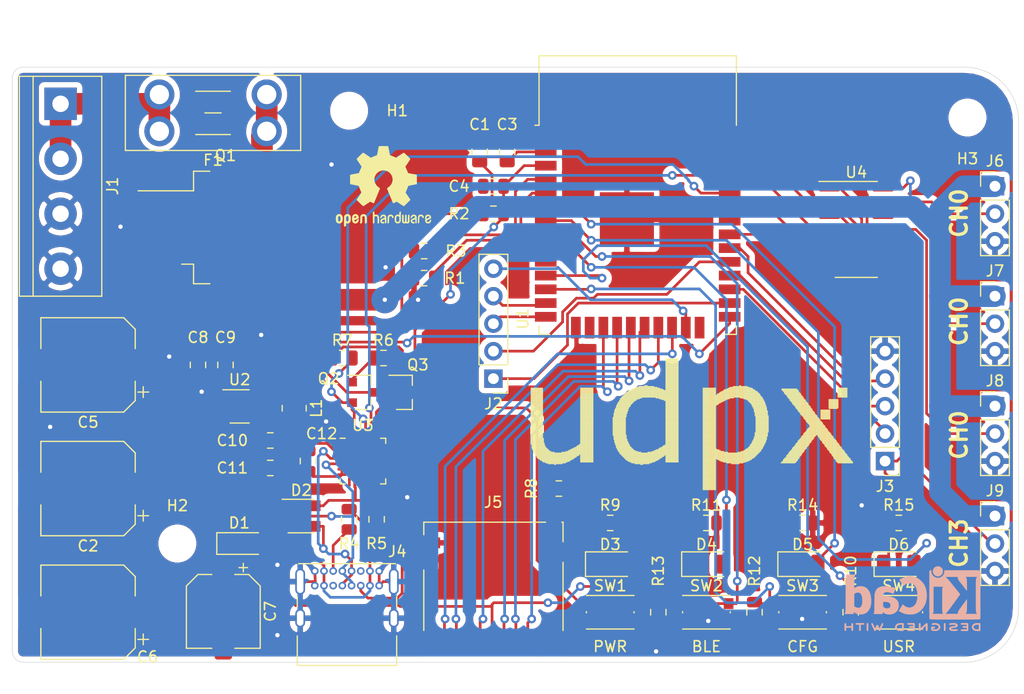
<source format=kicad_pcb>
(kicad_pcb (version 20171130) (host pcbnew 5.1.5-1.fc30)
  (layers (0 F.Cu signal) (31 B.Cu signal) (34 B.Paste user) (35 F.Paste user) (36 B.SilkS user) (37 F.SilkS user) (38 B.Mask user) (39 F.Mask user) (44 Edge.Cuts user))
  (net 0 "")
  (net 1 +3V3)
  (net 2 GND)
  (net 3 +5V)
  (net 4 /RESET)
  (net 5 "Net-(D1-Pad2)")
  (net 6 "Net-(D2-Pad2)")
  (net 7 "Net-(D2-Pad3)")
  (net 8 "Net-(D2-Pad4)")
  (net 9 "Net-(D3-Pad1)")
  (net 10 "Net-(D4-Pad1)")
  (net 11 /LED_BLE)
  (net 12 /LED_WIFI)
  (net 13 "Net-(D5-Pad1)")
  (net 14 "Net-(D6-Pad1)")
  (net 15 /LED_USER)
  (net 16 "Net-(F1-Pad1)")
  (net 17 "Net-(F1-Pad2)")
  (net 18 "Net-(J2-Pad1)")
  (net 19 "Net-(J2-Pad2)")
  (net 20 "Net-(J2-Pad3)")
  (net 21 "Net-(J2-Pad4)")
  (net 22 "Net-(J2-Pad5)")
  (net 23 /EX_IRQ)
  (net 24 /EX_TX)
  (net 25 /EX_RX)
  (net 26 "Net-(J4-PadA5)")
  (net 27 "Net-(J4-PadA8)")
  (net 28 "Net-(J4-PadB8)")
  (net 29 /SD_D1)
  (net 30 /SD_D0)
  (net 31 /SD_CLK)
  (net 32 /SD_CMD)
  (net 33 /SD_D3)
  (net 34 /SD_D2)
  (net 35 /SD_DET)
  (net 36 "Net-(J6-Pad2)")
  (net 37 "Net-(J7-Pad2)")
  (net 38 "Net-(J8-Pad2)")
  (net 39 "Net-(J9-Pad2)")
  (net 40 "Net-(L1-Pad1)")
  (net 41 /GPIO0)
  (net 42 /DTR)
  (net 43 "Net-(Q2-Pad1)")
  (net 44 "Net-(Q3-Pad1)")
  (net 45 /RTS)
  (net 46 "Net-(R1-Pad1)")
  (net 47 "Net-(R3-Pad1)")
  (net 48 /BUT_USER)
  (net 49 /BUT_CFG)
  (net 50 /BUT_BLE)
  (net 51 "Net-(U1-Pad10)")
  (net 52 "Net-(U1-Pad16)")
  (net 53 "Net-(U1-Pad24)")
  (net 54 /STRIP0)
  (net 55 "Net-(U1-Pad32)")
  (net 56 /STRIP1)
  (net 57 /RX)
  (net 58 /TX)
  (net 59 /STRIP2)
  (net 60 /STRIP3)
  (net 61 "Net-(U3-Pad1)")
  (net 62 "Net-(U3-Pad7)")
  (net 63 "Net-(U3-Pad9)")
  (net 64 "Net-(U3-Pad10)")
  (net 65 "Net-(U3-Pad11)")
  (net 66 "Net-(U3-Pad12)")
  (net 67 "Net-(U3-Pad13)")
  (net 68 "Net-(U3-Pad14)")
  (net 69 "Net-(U3-Pad15)")
  (net 70 "Net-(U3-Pad16)")
  (net 71 "Net-(U3-Pad17)")
  (net 72 "Net-(U3-Pad18)")
  (net 73 "Net-(U3-Pad22)")
  (net 74 "Net-(U3-Pad24)")
  (net 75 "Net-(U4-Pad6)")
  (net 76 "Net-(U4-Pad9)")
  (module MountingHole:MountingHole_2.5mm (layer F.Cu) (at 208.28 73.66 90)
    (fp_text reference H3 (at -3.81 0 180) (layer F.SilkS))
    (fp_text value MountingHole)
    (pad 1 np_thru_hole circle (at 0 0 90) (size 2.5 2.5) (drill 2.5) (layers *.Cu *.Mask))
  )
  (module udpx:UDPX_small (layer F.Cu) (at 163.195 92.71)
    (fp_text reference UDPX hide)
    (fp_text value "" (at 0 0) (layer F.SilkS) (effects (font (size 1.27 1.27))))
  )
  (module Symbol:OSHW-Logo2_9.8x8mm_SilkScreen (layer F.Cu) (at 154.305 80.01)
    (fp_text reference REF** hide)
    (fp_text value OSHW-Logo2_9.8x8mm_SilkScreen hide)
  )
  (module Symbol:KiCad-Logo2_5mm_SilkScreen (layer B.Cu) (at 203.2 118.11 180)
    (fp_text reference REF** hide)
    (fp_text value KiCad-Logo2_5mm_SilkScreen hide)
  )
  (module Capacitor_SMD:C_0805_2012Metric (layer F.Cu) (at 163.195 76.835 90)
    (fp_text reference C1 (at 2.54 0 180) (layer F.SilkS))
    (fp_text value 1uF)
    (pad 1 smd roundrect (at -0.9375 0 90) (size 0.975 1.4) (layers F.Cu F.Paste F.Mask) (net 1 +3V3))
    (pad 2 smd roundrect (at 0.9375 0 90) (size 0.975 1.4) (layers F.Cu F.Paste F.Mask) (net 2 GND))
  )
  (module Capacitor_SMD:CP_Elec_8x10.5 (layer F.Cu) (at 127 107.95 180)
    (fp_text reference C2 (at 0 -5.3) (layer F.SilkS))
    (fp_text value 1mF)
    (pad 1 smd roundrect (at -3.7 0 180) (size 4.4 2.5) (layers F.Cu F.Paste F.Mask) (roundrect_rratio 0.1) (net 3 +5V))
    (pad 2 smd roundrect (at 3.7 0 180) (size 4.4 2.5) (layers F.Cu F.Paste F.Mask) (roundrect_rratio 0.1) (net 2 GND))
  )
  (module Capacitor_SMD:C_0805_2012Metric (layer F.Cu) (at 165.735 76.835 90)
    (fp_text reference C3 (at 2.54 0 180) (layer F.SilkS))
    (fp_text value 1uF)
    (pad 2 smd roundrect (at 0.9375 0 90) (size 0.975 1.4) (layers F.Cu F.Paste F.Mask) (net 2 GND))
    (pad 1 smd roundrect (at -0.9375 0 90) (size 0.975 1.4) (layers F.Cu F.Paste F.Mask) (net 1 +3V3))
  )
  (module Capacitor_SMD:C_0805_2012Metric (layer F.Cu) (at 164.465 80.01 180)
    (fp_text reference C4 (at 3.175 0) (layer F.SilkS))
    (fp_text value 0.2uF)
    (pad 1 smd roundrect (at -0.9375 0 180) (size 0.975 1.4) (layers F.Cu F.Paste F.Mask) (net 4 /RESET))
    (pad 2 smd roundrect (at 0.9375 0 180) (size 0.975 1.4) (layers F.Cu F.Paste F.Mask) (net 2 GND))
  )
  (module Capacitor_SMD:CP_Elec_8x10.5 (layer F.Cu) (at 127 96.52 180)
    (fp_text reference C5 (at 0 -5.3) (layer F.SilkS))
    (fp_text value 1mF)
    (pad 1 smd roundrect (at -3.7 0 180) (size 4.4 2.5) (layers F.Cu F.Paste F.Mask) (roundrect_rratio 0.1) (net 3 +5V))
    (pad 2 smd roundrect (at 3.7 0 180) (size 4.4 2.5) (layers F.Cu F.Paste F.Mask) (roundrect_rratio 0.1) (net 2 GND))
  )
  (module Capacitor_SMD:CP_Elec_8x10.5 (layer F.Cu) (at 127 119.38 180)
    (fp_text reference C6 (at -5.5 -4.12) (layer F.SilkS))
    (fp_text value 1mF)
    (pad 2 smd roundrect (at 3.7 0 180) (size 4.4 2.5) (layers F.Cu F.Paste F.Mask) (roundrect_rratio 0.1) (net 2 GND))
    (pad 1 smd roundrect (at -3.7 0 180) (size 4.4 2.5) (layers F.Cu F.Paste F.Mask) (roundrect_rratio 0.1) (net 3 +5V))
  )
  (module Capacitor_SMD:CP_Elec_6.3x3.9 (layer F.Cu) (at 139.5 119.3 270)
    (fp_text reference C7 (at 0 -4.35 90) (layer F.SilkS))
    (fp_text value 100uF)
    (pad 1 smd roundrect (at -2.7 0 270) (size 3.5 1.6) (layers F.Cu F.Paste F.Mask) (roundrect_rratio 0.15625) (net 3 +5V))
    (pad 2 smd roundrect (at 2.7 0 270) (size 3.5 1.6) (layers F.Cu F.Paste F.Mask) (roundrect_rratio 0.15625) (net 2 GND))
  )
  (module Capacitor_SMD:C_0805_2012Metric (layer F.Cu) (at 137.16 96.52 90)
    (fp_text reference C8 (at 2.54 0 180) (layer F.SilkS))
    (fp_text value 10uF)
    (pad 1 smd roundrect (at -0.9375 0 90) (size 0.975 1.4) (layers F.Cu F.Paste F.Mask) (net 3 +5V))
    (pad 2 smd roundrect (at 0.9375 0 90) (size 0.975 1.4) (layers F.Cu F.Paste F.Mask) (net 2 GND))
  )
  (module Capacitor_SMD:C_0805_2012Metric (layer F.Cu) (at 139.7 96.52 90)
    (fp_text reference C9 (at 2.54 0 180) (layer F.SilkS))
    (fp_text value 10uF)
    (pad 1 smd roundrect (at -0.9375 0 90) (size 0.975 1.4) (layers F.Cu F.Paste F.Mask) (net 3 +5V))
    (pad 2 smd roundrect (at 0.9375 0 90) (size 0.975 1.4) (layers F.Cu F.Paste F.Mask) (net 2 GND))
  )
  (module Capacitor_SMD:C_0805_2012Metric (layer F.Cu) (at 143.8425 103.505)
    (fp_text reference C10 (at -3.5075 0) (layer F.SilkS))
    (fp_text value 10uF)
    (pad 2 smd roundrect (at 0.9375 0) (size 0.975 1.4) (layers F.Cu F.Paste F.Mask) (net 2 GND))
    (pad 1 smd roundrect (at -0.9375 0) (size 0.975 1.4) (layers F.Cu F.Paste F.Mask) (net 1 +3V3))
  )
  (module Capacitor_SMD:C_0805_2012Metric (layer F.Cu) (at 143.8425 106.045)
    (fp_text reference C11 (at -3.5075 0) (layer F.SilkS))
    (fp_text value 1uF)
    (pad 2 smd roundrect (at 0.9375 0) (size 0.975 1.4) (layers F.Cu F.Paste F.Mask) (net 2 GND))
    (pad 1 smd roundrect (at -0.9375 0) (size 0.975 1.4) (layers F.Cu F.Paste F.Mask) (net 1 +3V3))
  )
  (module Capacitor_SMD:C_0805_2012Metric (layer F.Cu) (at 147.32 105.41 90)
    (fp_text reference C12 (at 2.54 1.27 180) (layer F.SilkS))
    (fp_text value 10uF)
    (pad 2 smd roundrect (at 0.9375 0 90) (size 0.975 1.4) (layers F.Cu F.Paste F.Mask) (net 2 GND))
    (pad 1 smd roundrect (at -0.9375 0 90) (size 0.975 1.4) (layers F.Cu F.Paste F.Mask) (net 1 +3V3))
  )
  (module Diode_SMD:D_SOD-123F (layer F.Cu) (at 141.1 113.03)
    (fp_text reference D1 (at -0.127 -1.905) (layer F.SilkS))
    (fp_text value D)
    (pad 1 smd rect (at -1.4 0) (size 1.1 1.1) (layers F.Cu F.Paste F.Mask) (net 3 +5V))
    (pad 2 smd rect (at 1.4 0) (size 1.1 1.1) (layers F.Cu F.Paste F.Mask) (net 5 "Net-(D1-Pad2)"))
  )
  (module Package_TO_SOT_SMD:SOT-143 (layer F.Cu) (at 146.685 110.49)
    (fp_text reference D2 (at 0.02 -2.38) (layer F.SilkS))
    (fp_text value SP0503BAHT)
    (pad 1 smd rect (at -1.1 -0.77 270) (size 1.2 1.4) (layers F.Cu F.Paste F.Mask) (net 2 GND))
    (pad 2 smd rect (at -1.1 0.95 270) (size 1 1.4) (layers F.Cu F.Paste F.Mask) (net 6 "Net-(D2-Pad2)"))
    (pad 3 smd rect (at 1.1 0.95 270) (size 1 1.4) (layers F.Cu F.Paste F.Mask) (net 7 "Net-(D2-Pad3)"))
    (pad 4 smd rect (at 1.1 -0.95 270) (size 1 1.4) (layers F.Cu F.Paste F.Mask) (net 8 "Net-(D2-Pad4)"))
  )
  (module LED_SMD:LED_1206_3216Metric (layer F.Cu) (at 175.26 114.935)
    (fp_text reference D3 (at 0 -1.82) (layer F.SilkS))
    (fp_text value RED)
    (pad 2 smd roundrect (at 1.4 0) (size 1.25 1.75) (layers F.Cu F.Paste F.Mask) (roundrect_rratio 0.2) (net 1 +3V3))
    (pad 1 smd roundrect (at -1.4 0) (size 1.25 1.75) (layers F.Cu F.Paste F.Mask) (roundrect_rratio 0.2) (net 9 "Net-(D3-Pad1)"))
  )
  (module LED_SMD:LED_1206_3216Metric (layer F.Cu) (at 184.15 114.935)
    (fp_text reference D4 (at 0 -1.82) (layer F.SilkS))
    (fp_text value BLUE)
    (pad 1 smd roundrect (at -1.4 0) (size 1.25 1.75) (layers F.Cu F.Paste F.Mask) (roundrect_rratio 0.2) (net 10 "Net-(D4-Pad1)"))
    (pad 2 smd roundrect (at 1.4 0) (size 1.25 1.75) (layers F.Cu F.Paste F.Mask) (roundrect_rratio 0.2) (net 11 /LED_BLE))
  )
  (module LED_SMD:LED_1206_3216Metric (layer F.Cu) (at 193.04 114.935)
    (fp_text reference D5 (at 0 -1.82) (layer F.SilkS))
    (fp_text value GREEN)
    (pad 2 smd roundrect (at 1.4 0) (size 1.25 1.75) (layers F.Cu F.Paste F.Mask) (roundrect_rratio 0.2) (net 12 /LED_WIFI))
    (pad 1 smd roundrect (at -1.4 0) (size 1.25 1.75) (layers F.Cu F.Paste F.Mask) (roundrect_rratio 0.2) (net 13 "Net-(D5-Pad1)"))
  )
  (module LED_SMD:LED_1206_3216Metric (layer F.Cu) (at 201.93 114.935)
    (fp_text reference D6 (at 0 -1.82) (layer F.SilkS))
    (fp_text value ORANGE)
    (pad 1 smd roundrect (at -1.4 0) (size 1.25 1.75) (layers F.Cu F.Paste F.Mask) (roundrect_rratio 0.2) (net 14 "Net-(D6-Pad1)"))
    (pad 2 smd roundrect (at 1.4 0) (size 1.25 1.75) (layers F.Cu F.Paste F.Mask) (roundrect_rratio 0.2) (net 15 /LED_USER))
  )
  (module Fuse:Fuseholder_Blade_Mini_Keystone_3568 (layer F.Cu) (at 143.51 74.93 180)
    (fp_text reference F1 (at 4.96 -2.67) (layer F.SilkS))
    (fp_text value "Blade Fuse")
    (pad 1 thru_hole circle (at 0 0 180) (size 2.78 2.78) (drill 1.78) (layers *.Cu *.Mask) (net 16 "Net-(F1-Pad1)"))
    (pad 1 thru_hole circle (at 0 3.4 180) (size 2.78 2.78) (drill 1.78) (layers *.Cu *.Mask) (net 16 "Net-(F1-Pad1)"))
    (pad 2 thru_hole circle (at 9.92 0 180) (size 2.78 2.78) (drill 1.78) (layers *.Cu *.Mask) (net 17 "Net-(F1-Pad2)"))
    (pad 2 thru_hole circle (at 9.92 3.4 180) (size 2.78 2.78) (drill 1.78) (layers *.Cu *.Mask) (net 17 "Net-(F1-Pad2)"))
  )
  (module TerminalBlock:TerminalBlock_bornier-4_P5.08mm (layer F.Cu) (at 124.46 72.39 270)
    (fp_text reference J1 (at 7.6 -4.8 90) (layer F.SilkS))
    (fp_text value PWR)
    (pad 2 thru_hole circle (at 5.08 0 270) (size 3 3) (drill 1.52) (layers *.Cu *.Mask) (net 17 "Net-(F1-Pad2)"))
    (pad 3 thru_hole circle (at 10.16 0 270) (size 3 3) (drill 1.52) (layers *.Cu *.Mask) (net 2 GND))
    (pad 1 thru_hole rect (at 0 0 270) (size 3 3) (drill 1.52) (layers *.Cu *.Mask) (net 17 "Net-(F1-Pad2)"))
    (pad 4 thru_hole circle (at 15.24 0 270) (size 3 3) (drill 1.52) (layers *.Cu *.Mask) (net 2 GND))
  )
  (module Connector_PinHeader_2.54mm:PinHeader_1x05_P2.54mm_Vertical (layer F.Cu) (at 164.465 97.79 180)
    (fp_text reference J2 (at 0 -2.33) (layer F.SilkS))
    (fp_text value GPIO)
    (pad 1 thru_hole rect (at 0 0 180) (size 1.7 1.7) (drill 1) (layers *.Cu *.Mask) (net 18 "Net-(J2-Pad1)"))
    (pad 2 thru_hole oval (at 0 2.54 180) (size 1.7 1.7) (drill 1) (layers *.Cu *.Mask) (net 19 "Net-(J2-Pad2)"))
    (pad 3 thru_hole oval (at 0 5.08 180) (size 1.7 1.7) (drill 1) (layers *.Cu *.Mask) (net 20 "Net-(J2-Pad3)"))
    (pad 4 thru_hole oval (at 0 7.62 180) (size 1.7 1.7) (drill 1) (layers *.Cu *.Mask) (net 21 "Net-(J2-Pad4)"))
    (pad 5 thru_hole oval (at 0 10.16 180) (size 1.7 1.7) (drill 1) (layers *.Cu *.Mask) (net 22 "Net-(J2-Pad5)"))
  )
  (module Connector_PinHeader_2.54mm:PinHeader_1x05_P2.54mm_Vertical (layer F.Cu) (at 200.66 105.41 180)
    (fp_text reference J3 (at 0 -2.33) (layer F.SilkS))
    (fp_text value EX_SERIAL)
    (pad 5 thru_hole oval (at 0 10.16 180) (size 1.7 1.7) (drill 1) (layers *.Cu *.Mask) (net 2 GND))
    (pad 4 thru_hole oval (at 0 7.62 180) (size 1.7 1.7) (drill 1) (layers *.Cu *.Mask) (net 23 /EX_IRQ))
    (pad 3 thru_hole oval (at 0 5.08 180) (size 1.7 1.7) (drill 1) (layers *.Cu *.Mask) (net 24 /EX_TX))
    (pad 2 thru_hole oval (at 0 2.54 180) (size 1.7 1.7) (drill 1) (layers *.Cu *.Mask) (net 25 /EX_RX))
    (pad 1 thru_hole rect (at 0 0 180) (size 1.7 1.7) (drill 1) (layers *.Cu *.Mask) (net 1 +3V3))
  )
  (module Connector_USB:USB_C_Receptacle_GCT_USB4085 (layer F.Cu) (at 147.955 115.57)
    (fp_text reference J4 (at 7.62 -1.8) (layer F.SilkS))
    (fp_text value USB_C_Receptacle_USB2.0)
    (pad A1 thru_hole circle (at 0 0) (size 0.7 0.7) (drill 0.4) (layers *.Cu *.Mask) (net 2 GND))
    (pad A4 thru_hole circle (at 0.85 0) (size 0.7 0.7) (drill 0.4) (layers *.Cu *.Mask) (net 5 "Net-(D1-Pad2)"))
    (pad A5 thru_hole circle (at 1.7 0) (size 0.7 0.7) (drill 0.4) (layers *.Cu *.Mask) (net 26 "Net-(J4-PadA5)"))
    (pad A6 thru_hole circle (at 2.55 0) (size 0.7 0.7) (drill 0.4) (layers *.Cu *.Mask) (net 6 "Net-(D2-Pad2)"))
    (pad A7 thru_hole circle (at 3.4 0) (size 0.7 0.7) (drill 0.4) (layers *.Cu *.Mask) (net 7 "Net-(D2-Pad3)"))
    (pad A8 thru_hole circle (at 4.25 0) (size 0.7 0.7) (drill 0.4) (layers *.Cu *.Mask) (net 27 "Net-(J4-PadA8)"))
    (pad A9 thru_hole circle (at 5.1 0) (size 0.7 0.7) (drill 0.4) (layers *.Cu *.Mask) (net 5 "Net-(D1-Pad2)"))
    (pad A12 thru_hole circle (at 5.95 0) (size 0.7 0.7) (drill 0.4) (layers *.Cu *.Mask) (net 2 GND))
    (pad B9 thru_hole circle (at 0.85 1.35) (size 0.7 0.7) (drill 0.4) (layers *.Cu *.Mask) (net 5 "Net-(D1-Pad2)"))
    (pad B7 thru_hole circle (at 2.55 1.35) (size 0.7 0.7) (drill 0.4) (layers *.Cu *.Mask) (net 7 "Net-(D2-Pad3)"))
    (pad B8 thru_hole circle (at 1.7 1.35) (size 0.7 0.7) (drill 0.4) (layers *.Cu *.Mask) (net 28 "Net-(J4-PadB8)"))
    (pad B12 thru_hole circle (at 0 1.35) (size 0.7 0.7) (drill 0.4) (layers *.Cu *.Mask) (net 2 GND))
    (pad B5 thru_hole circle (at 4.25 1.35) (size 0.7 0.7) (drill 0.4) (layers *.Cu *.Mask) (net 8 "Net-(D2-Pad4)"))
    (pad B4 thru_hole circle (at 5.1 1.35) (size 0.7 0.7) (drill 0.4) (layers *.Cu *.Mask) (net 5 "Net-(D1-Pad2)"))
    (pad B1 thru_hole circle (at 5.95 1.35) (size 0.7 0.7) (drill 0.4) (layers *.Cu *.Mask) (net 2 GND))
    (pad B6 thru_hole circle (at 3.4 1.35) (size 0.7 0.7) (drill 0.4) (layers *.Cu *.Mask) (net 6 "Net-(D2-Pad2)"))
    (pad S1 thru_hole oval (at -1.35 0.98) (size 0.9 2.4) (drill oval 0.6 2.1) (layers *.Cu *.Mask) (net 2 GND))
    (pad S1 thru_hole oval (at 7.3 0.98) (size 0.9 2.4) (drill oval 0.6 2.1) (layers *.Cu *.Mask) (net 2 GND))
    (pad S1 thru_hole oval (at -1.35 4.36) (size 0.9 1.7) (drill oval 0.6 1.4) (layers *.Cu *.Mask) (net 2 GND))
    (pad S1 thru_hole oval (at 7.3 4.36) (size 0.9 1.7) (drill oval 0.6 1.4) (layers *.Cu *.Mask) (net 2 GND))
  )
  (module Connector_Card:microSD_HC_Hirose_DM3D-SF (layer F.Cu) (at 164.465 116.84)
    (fp_text reference J5 (at -0.025 -7.625) (layer F.SilkS))
    (fp_text value Micro_SD_Card_Det)
    (pad 8 smd rect (at -4.525 5.35) (size 0.7 1.75) (layers F.Cu F.Paste F.Mask) (net 29 /SD_D1))
    (pad 11 smd rect (at -5.725 5.225) (size 1.3 1.5) (layers F.Cu F.Paste F.Mask) (net 2 GND))
    (pad 11 smd rect (at -5.975 -2.375) (size 0.8 1.5) (layers F.Cu F.Paste F.Mask) (net 2 GND))
    (pad 9 smd rect (at -5.65 -3.875) (size 1.45 1) (layers F.Cu F.Paste F.Mask) (net 2 GND))
    (pad 11 smd rect (at 5.975 -3.025) (size 0.8 1.4) (layers F.Cu F.Paste F.Mask) (net 2 GND))
    (pad 7 smd rect (at -3.425 5.35) (size 0.7 1.75) (layers F.Cu F.Paste F.Mask) (net 30 /SD_D0))
    (pad 6 smd rect (at -2.325 5.35) (size 0.7 1.75) (layers F.Cu F.Paste F.Mask) (net 2 GND))
    (pad 5 smd rect (at -1.225 5.35) (size 0.7 1.75) (layers F.Cu F.Paste F.Mask) (net 31 /SD_CLK))
    (pad 4 smd rect (at -0.125 5.35) (size 0.7 1.75) (layers F.Cu F.Paste F.Mask) (net 1 +3V3))
    (pad 3 smd rect (at 0.975 5.35) (size 0.7 1.75) (layers F.Cu F.Paste F.Mask) (net 32 /SD_CMD))
    (pad 2 smd rect (at 2.075 5.35) (size 0.7 1.75) (layers F.Cu F.Paste F.Mask) (net 33 /SD_D3))
    (pad 1 smd rect (at 3.175 5.35) (size 0.7 1.75) (layers F.Cu F.Paste F.Mask) (net 34 /SD_D2))
    (pad 11 smd rect (at 5.625 5.225) (size 1.5 1.5) (layers F.Cu F.Paste F.Mask) (net 2 GND))
    (pad 10 smd rect (at 5.575 -5.45) (size 1 1.55) (layers F.Cu F.Paste F.Mask) (net 35 /SD_DET))
  )
  (module Connector_PinHeader_2.54mm:PinHeader_1x03_P2.54mm_Vertical (layer F.Cu) (at 210.82 80.01)
    (fp_text reference J6 (at 0 -2.33) (layer F.SilkS))
    (fp_text value STRIP0)
    (pad 3 thru_hole oval (at 0 5.08) (size 1.7 1.7) (drill 1) (layers *.Cu *.Mask) (net 2 GND))
    (pad 2 thru_hole oval (at 0 2.54) (size 1.7 1.7) (drill 1) (layers *.Cu *.Mask) (net 36 "Net-(J6-Pad2)"))
    (pad 1 thru_hole rect (at 0 0) (size 1.7 1.7) (drill 1) (layers *.Cu *.Mask) (net 3 +5V))
  )
  (module Connector_PinHeader_2.54mm:PinHeader_1x03_P2.54mm_Vertical (layer F.Cu) (at 210.82 90.17)
    (fp_text reference J7 (at 0 -2.33) (layer F.SilkS))
    (fp_text value STRIP1)
    (pad 1 thru_hole rect (at 0 0) (size 1.7 1.7) (drill 1) (layers *.Cu *.Mask) (net 3 +5V))
    (pad 2 thru_hole oval (at 0 2.54) (size 1.7 1.7) (drill 1) (layers *.Cu *.Mask) (net 37 "Net-(J7-Pad2)"))
    (pad 3 thru_hole oval (at 0 5.08) (size 1.7 1.7) (drill 1) (layers *.Cu *.Mask) (net 2 GND))
  )
  (module Connector_PinHeader_2.54mm:PinHeader_1x03_P2.54mm_Vertical (layer F.Cu) (at 210.82 100.33)
    (fp_text reference J8 (at 0 -2.33) (layer F.SilkS))
    (fp_text value STRIP2)
    (pad 3 thru_hole oval (at 0 5.08) (size 1.7 1.7) (drill 1) (layers *.Cu *.Mask) (net 2 GND))
    (pad 2 thru_hole oval (at 0 2.54) (size 1.7 1.7) (drill 1) (layers *.Cu *.Mask) (net 38 "Net-(J8-Pad2)"))
    (pad 1 thru_hole rect (at 0 0) (size 1.7 1.7) (drill 1) (layers *.Cu *.Mask) (net 3 +5V))
  )
  (module Connector_PinHeader_2.54mm:PinHeader_1x03_P2.54mm_Vertical (layer F.Cu) (at 210.82 110.49)
    (fp_text reference J9 (at 0 -2.33) (layer F.SilkS))
    (fp_text value STRIP3)
    (pad 1 thru_hole rect (at 0 0) (size 1.7 1.7) (drill 1) (layers *.Cu *.Mask) (net 3 +5V))
    (pad 2 thru_hole oval (at 0 2.54) (size 1.7 1.7) (drill 1) (layers *.Cu *.Mask) (net 39 "Net-(J9-Pad2)"))
    (pad 3 thru_hole oval (at 0 5.08) (size 1.7 1.7) (drill 1) (layers *.Cu *.Mask) (net 2 GND))
  )
  (module Inductor_SMD:L_1008_2520Metric (layer F.Cu) (at 146.05 100.525 270)
    (fp_text reference L1 (at 0 -2.05 90) (layer F.SilkS))
    (fp_text value 1uH)
    (pad 1 smd roundrect (at -1.075 0 270) (size 1.25 2.2) (layers F.Cu F.Paste F.Mask) (roundrect_rratio 0.2) (net 40 "Net-(L1-Pad1)"))
    (pad 2 smd roundrect (at 1.075 0 270) (size 1.25 2.2) (layers F.Cu F.Paste F.Mask) (roundrect_rratio 0.2) (net 1 +3V3))
  )
  (module Package_TO_SOT_SMD:TO-263-2 (layer F.Cu) (at 139.7 83.82)
    (fp_text reference Q1 (at 0 -6.65) (layer F.SilkS))
    (fp_text value SQM40031EL)
    (pad 1 smd rect (at -5.775 -2.54) (size 4.6 1.1) (layers F.Cu F.Paste F.Mask) (net 2 GND))
    (pad 3 smd rect (at -5.775 2.54) (size 4.6 1.1) (layers F.Cu F.Paste F.Mask) (net 3 +5V))
    (pad 2 smd rect (at 3.375 0) (size 9.4 10.8) (layers F.Cu F.Mask) (net 16 "Net-(F1-Pad1)"))
  )
  (module Package_TO_SOT_SMD:SOT-23 (layer F.Cu) (at 152.4 99.06)
    (fp_text reference Q2 (at -3.175 -1.27) (layer F.SilkS))
    (fp_text value MMBT2222)
    (pad 3 smd rect (at 1 0) (size 0.9 0.8) (layers F.Cu F.Paste F.Mask) (net 41 /GPIO0))
    (pad 2 smd rect (at -1 0.95) (size 0.9 0.8) (layers F.Cu F.Paste F.Mask) (net 42 /DTR))
    (pad 1 smd rect (at -1 -0.95) (size 0.9 0.8) (layers F.Cu F.Paste F.Mask) (net 43 "Net-(Q2-Pad1)"))
  )
  (module Package_TO_SOT_SMD:SOT-23 (layer F.Cu) (at 156.21 99.06)
    (fp_text reference Q3 (at 1.27 -2.54) (layer F.SilkS))
    (fp_text value MMBT2222)
    (pad 1 smd rect (at -1 -0.95) (size 0.9 0.8) (layers F.Cu F.Paste F.Mask) (net 44 "Net-(Q3-Pad1)"))
    (pad 2 smd rect (at -1 0.95) (size 0.9 0.8) (layers F.Cu F.Paste F.Mask) (net 45 /RTS))
    (pad 3 smd rect (at 1 0) (size 0.9 0.8) (layers F.Cu F.Paste F.Mask) (net 4 /RESET))
  )
  (module Resistor_SMD:R_0805_2012Metric (layer F.Cu) (at 158.0625 88.5 180)
    (fp_text reference R1 (at -2.8425 0) (layer F.SilkS))
    (fp_text value 10K)
    (pad 2 smd roundrect (at 0.9375 0 180) (size 0.975 1.4) (layers F.Cu F.Paste F.Mask) (net 2 GND))
    (pad 1 smd roundrect (at -0.9375 0 180) (size 0.975 1.4) (layers F.Cu F.Paste F.Mask) (net 46 "Net-(R1-Pad1)"))
  )
  (module Resistor_SMD:R_0805_2012Metric (layer F.Cu) (at 164.465 82.55)
    (fp_text reference R2 (at -3.175 0) (layer F.SilkS))
    (fp_text value 10K)
    (pad 2 smd roundrect (at 0.9375 0) (size 0.975 1.4) (layers F.Cu F.Paste F.Mask) (net 4 /RESET))
    (pad 1 smd roundrect (at -0.9375 0) (size 0.975 1.4) (layers F.Cu F.Paste F.Mask) (net 1 +3V3))
  )
  (module Resistor_SMD:R_0805_2012Metric (layer F.Cu) (at 158.0625 86 180)
    (fp_text reference R3 (at -2.9375 0) (layer F.SilkS))
    (fp_text value 10K)
    (pad 1 smd roundrect (at -0.9375 0 180) (size 0.975 1.4) (layers F.Cu F.Paste F.Mask) (net 47 "Net-(R3-Pad1)"))
    (pad 2 smd roundrect (at 0.9375 0 180) (size 0.975 1.4) (layers F.Cu F.Paste F.Mask) (net 2 GND))
  )
  (module Resistor_SMD:R_0805_2012Metric (layer F.Cu) (at 151.13 110.7925 270)
    (fp_text reference R4 (at 2.2375 0 180) (layer F.SilkS))
    (fp_text value 5.1K)
    (pad 1 smd roundrect (at -0.9375 0 270) (size 0.975 1.4) (layers F.Cu F.Paste F.Mask) (net 5 "Net-(D1-Pad2)"))
    (pad 2 smd roundrect (at 0.9375 0 270) (size 0.975 1.4) (layers F.Cu F.Paste F.Mask) (net 26 "Net-(J4-PadA5)"))
  )
  (module Resistor_SMD:R_0805_2012Metric (layer F.Cu) (at 153.67 110.7925 90)
    (fp_text reference R5 (at -2.2375 0 180) (layer F.SilkS))
    (fp_text value 5.1K)
    (pad 2 smd roundrect (at 0.9375 0 90) (size 0.975 1.4) (layers F.Cu F.Paste F.Mask) (net 8 "Net-(D2-Pad4)"))
    (pad 1 smd roundrect (at -0.9375 0 90) (size 0.975 1.4) (layers F.Cu F.Paste F.Mask) (net 5 "Net-(D1-Pad2)"))
  )
  (module Resistor_SMD:R_0805_2012Metric (layer F.Cu) (at 154.305 95.885)
    (fp_text reference R6 (at 0 -1.65) (layer F.SilkS))
    (fp_text value 10K)
    (pad 2 smd roundrect (at 0.9375 0) (size 0.975 1.4) (layers F.Cu F.Paste F.Mask) (net 45 /RTS))
    (pad 1 smd roundrect (at -0.9375 0) (size 0.975 1.4) (layers F.Cu F.Paste F.Mask) (net 43 "Net-(Q2-Pad1)"))
  )
  (module Resistor_SMD:R_0805_2012Metric (layer F.Cu) (at 150.495 95.885)
    (fp_text reference R7 (at 0 -1.65) (layer F.SilkS))
    (fp_text value 10K)
    (pad 1 smd roundrect (at -0.9375 0) (size 0.975 1.4) (layers F.Cu F.Paste F.Mask) (net 44 "Net-(Q3-Pad1)"))
    (pad 2 smd roundrect (at 0.9375 0) (size 0.975 1.4) (layers F.Cu F.Paste F.Mask) (net 42 /DTR))
  )
  (module Resistor_SMD:R_0805_2012Metric (layer F.Cu) (at 170.5125 107.95 180)
    (fp_text reference R8 (at 2.54 0 270) (layer F.SilkS))
    (fp_text value 10K)
    (pad 2 smd roundrect (at 0.9375 0 180) (size 0.975 1.4) (layers F.Cu F.Paste F.Mask) (net 35 /SD_DET))
    (pad 1 smd roundrect (at -0.9375 0 180) (size 0.975 1.4) (layers F.Cu F.Paste F.Mask) (net 1 +3V3))
  )
  (module Resistor_SMD:R_0805_2012Metric (layer F.Cu) (at 175.26 111.125)
    (fp_text reference R9 (at 0 -1.65) (layer F.SilkS))
    (fp_text value 470)
    (pad 1 smd roundrect (at -0.9375 0) (size 0.975 1.4) (layers F.Cu F.Paste F.Mask) (net 9 "Net-(D3-Pad1)"))
    (pad 2 smd roundrect (at 0.9375 0) (size 0.975 1.4) (layers F.Cu F.Paste F.Mask) (net 2 GND))
  )
  (module Resistor_SMD:R_0805_2012Metric (layer F.Cu) (at 197.485 119.38 90)
    (fp_text reference R10 (at 3.81 0 270) (layer F.SilkS))
    (fp_text value 10K)
    (pad 1 smd roundrect (at -0.9375 0 90) (size 0.975 1.4) (layers F.Cu F.Paste F.Mask) (net 1 +3V3))
    (pad 2 smd roundrect (at 0.9375 0 90) (size 0.975 1.4) (layers F.Cu F.Paste F.Mask) (net 48 /BUT_USER))
  )
  (module Resistor_SMD:R_0805_2012Metric (layer F.Cu) (at 184.15 111.125)
    (fp_text reference R11 (at 0 -1.65) (layer F.SilkS))
    (fp_text value 10)
    (pad 2 smd roundrect (at 0.9375 0) (size 0.975 1.4) (layers F.Cu F.Paste F.Mask) (net 2 GND))
    (pad 1 smd roundrect (at -0.9375 0) (size 0.975 1.4) (layers F.Cu F.Paste F.Mask) (net 10 "Net-(D4-Pad1)"))
  )
  (module Resistor_SMD:R_0805_2012Metric (layer F.Cu) (at 188.595 119.38 90)
    (fp_text reference R12 (at 3.81 0 270) (layer F.SilkS))
    (fp_text value 10K)
    (pad 2 smd roundrect (at 0.9375 0 90) (size 0.975 1.4) (layers F.Cu F.Paste F.Mask) (net 49 /BUT_CFG))
    (pad 1 smd roundrect (at -0.9375 0 90) (size 0.975 1.4) (layers F.Cu F.Paste F.Mask) (net 1 +3V3))
  )
  (module Resistor_SMD:R_0805_2012Metric (layer F.Cu) (at 179.705 119.38 90)
    (fp_text reference R13 (at 3.81 0 90) (layer F.SilkS))
    (fp_text value 10K)
    (pad 1 smd roundrect (at -0.9375 0 90) (size 0.975 1.4) (layers F.Cu F.Paste F.Mask) (net 1 +3V3))
    (pad 2 smd roundrect (at 0.9375 0 90) (size 0.975 1.4) (layers F.Cu F.Paste F.Mask) (net 50 /BUT_BLE))
  )
  (module Resistor_SMD:R_0805_2012Metric (layer F.Cu) (at 193.04 111.125)
    (fp_text reference R14 (at 0 -1.65) (layer F.SilkS))
    (fp_text value R)
    (pad 1 smd roundrect (at -0.9375 0) (size 0.975 1.4) (layers F.Cu F.Paste F.Mask) (net 13 "Net-(D5-Pad1)"))
    (pad 2 smd roundrect (at 0.9375 0) (size 0.975 1.4) (layers F.Cu F.Paste F.Mask) (net 2 GND))
  )
  (module Resistor_SMD:R_0805_2012Metric (layer F.Cu) (at 201.93 111.125)
    (fp_text reference R15 (at 0 -1.65) (layer F.SilkS))
    (fp_text value R)
    (pad 1 smd roundrect (at -0.9375 0) (size 0.975 1.4) (layers F.Cu F.Paste F.Mask) (net 14 "Net-(D6-Pad1)"))
    (pad 2 smd roundrect (at 0.9375 0) (size 0.975 1.4) (layers F.Cu F.Paste F.Mask) (net 2 GND))
  )
  (module Button_Switch_SMD:SW_Push_1P1T_NO_CK_KMR2 (layer F.Cu) (at 175.26 119.38)
    (fp_text reference SW1 (at 0 -2.45) (layer F.SilkS))
    (fp_text value SW_Push)
    (pad 1 smd rect (at -2.05 -0.8) (size 0.9 1) (layers F.Cu F.Paste F.Mask) (net 4 /RESET))
    (pad 2 smd rect (at -2.05 0.8) (size 0.9 1) (layers F.Cu F.Paste F.Mask) (net 2 GND))
    (pad 1 smd rect (at 2.05 -0.8) (size 0.9 1) (layers F.Cu F.Paste F.Mask) (net 4 /RESET))
    (pad 2 smd rect (at 2.05 0.8) (size 0.9 1) (layers F.Cu F.Paste F.Mask) (net 2 GND))
  )
  (module Button_Switch_SMD:SW_Push_1P1T_NO_CK_KMR2 (layer F.Cu) (at 184.15 119.38)
    (fp_text reference SW2 (at 0 -2.45) (layer F.SilkS))
    (fp_text value BLE)
    (pad 2 smd rect (at 2.05 0.8) (size 0.9 1) (layers F.Cu F.Paste F.Mask) (net 2 GND))
    (pad 1 smd rect (at 2.05 -0.8) (size 0.9 1) (layers F.Cu F.Paste F.Mask) (net 50 /BUT_BLE))
    (pad 2 smd rect (at -2.05 0.8) (size 0.9 1) (layers F.Cu F.Paste F.Mask) (net 2 GND))
    (pad 1 smd rect (at -2.05 -0.8) (size 0.9 1) (layers F.Cu F.Paste F.Mask) (net 50 /BUT_BLE))
  )
  (module Button_Switch_SMD:SW_Push_1P1T_NO_CK_KMR2 (layer F.Cu) (at 193.04 119.38)
    (fp_text reference SW3 (at 0 -2.45) (layer F.SilkS))
    (fp_text value CONFIG_RST)
    (pad 1 smd rect (at -2.05 -0.8) (size 0.9 1) (layers F.Cu F.Paste F.Mask) (net 49 /BUT_CFG))
    (pad 2 smd rect (at -2.05 0.8) (size 0.9 1) (layers F.Cu F.Paste F.Mask) (net 2 GND))
    (pad 1 smd rect (at 2.05 -0.8) (size 0.9 1) (layers F.Cu F.Paste F.Mask) (net 49 /BUT_CFG))
    (pad 2 smd rect (at 2.05 0.8) (size 0.9 1) (layers F.Cu F.Paste F.Mask) (net 2 GND))
  )
  (module Button_Switch_SMD:SW_Push_1P1T_NO_CK_KMR2 (layer F.Cu) (at 201.93 119.38)
    (fp_text reference SW4 (at 0 -2.45) (layer F.SilkS))
    (fp_text value USER)
    (pad 2 smd rect (at 2.05 0.8) (size 0.9 1) (layers F.Cu F.Paste F.Mask) (net 2 GND))
    (pad 1 smd rect (at 2.05 -0.8) (size 0.9 1) (layers F.Cu F.Paste F.Mask) (net 48 /BUT_USER))
    (pad 2 smd rect (at -2.05 0.8) (size 0.9 1) (layers F.Cu F.Paste F.Mask) (net 2 GND))
    (pad 1 smd rect (at -2.05 -0.8) (size 0.9 1) (layers F.Cu F.Paste F.Mask) (net 48 /BUT_USER))
  )
  (module RF_Module:ESP32-WROOM-32 (layer F.Cu) (at 177.8 83.82)
    (fp_text reference U1 (at -10.61 8.43 90) (layer F.SilkS))
    (fp_text value ESP32-WROOM-32D)
    (pad 39 smd rect (at -1 -0.755) (size 5 5) (layers F.Cu F.Paste F.Mask) (net 2 GND))
    (pad 1 smd rect (at -8.5 -8.255) (size 2 0.9) (layers F.Cu F.Paste F.Mask) (net 2 GND))
    (pad 2 smd rect (at -8.5 -6.985) (size 2 0.9) (layers F.Cu F.Paste F.Mask) (net 1 +3V3))
    (pad 3 smd rect (at -8.5 -5.715) (size 2 0.9) (layers F.Cu F.Paste F.Mask) (net 4 /RESET))
    (pad 4 smd rect (at -8.5 -4.445) (size 2 0.9) (layers F.Cu F.Paste F.Mask) (net 47 "Net-(R3-Pad1)"))
    (pad 5 smd rect (at -8.5 -3.175) (size 2 0.9) (layers F.Cu F.Paste F.Mask) (net 46 "Net-(R1-Pad1)"))
    (pad 6 smd rect (at -8.5 -1.905) (size 2 0.9) (layers F.Cu F.Paste F.Mask) (net 12 /LED_WIFI))
    (pad 7 smd rect (at -8.5 -0.635) (size 2 0.9) (layers F.Cu F.Paste F.Mask) (net 15 /LED_USER))
    (pad 8 smd rect (at -8.5 0.635) (size 2 0.9) (layers F.Cu F.Paste F.Mask) (net 50 /BUT_BLE))
    (pad 9 smd rect (at -8.5 1.905) (size 2 0.9) (layers F.Cu F.Paste F.Mask) (net 11 /LED_BLE))
    (pad 10 smd rect (at -8.5 3.175) (size 2 0.9) (layers F.Cu F.Paste F.Mask) (net 51 "Net-(U1-Pad10)"))
    (pad 11 smd rect (at -8.5 4.445) (size 2 0.9) (layers F.Cu F.Paste F.Mask) (net 48 /BUT_USER))
    (pad 12 smd rect (at -8.5 5.715) (size 2 0.9) (layers F.Cu F.Paste F.Mask) (net 49 /BUT_CFG))
    (pad 13 smd rect (at -8.5 6.985) (size 2 0.9) (layers F.Cu F.Paste F.Mask) (net 21 "Net-(J2-Pad4)"))
    (pad 14 smd rect (at -8.5 8.255) (size 2 0.9) (layers F.Cu F.Paste F.Mask) (net 20 "Net-(J2-Pad3)"))
    (pad 15 smd rect (at -5.715 9.255 90) (size 2 0.9) (layers F.Cu F.Paste F.Mask) (net 2 GND))
    (pad 16 smd rect (at -4.445 9.255 90) (size 2 0.9) (layers F.Cu F.Paste F.Mask) (net 52 "Net-(U1-Pad16)"))
    (pad 17 smd rect (at -3.175 9.255 90) (size 2 0.9) (layers F.Cu F.Paste F.Mask) (net 34 /SD_D2))
    (pad 18 smd rect (at -1.905 9.255 90) (size 2 0.9) (layers F.Cu F.Paste F.Mask) (net 33 /SD_D3))
    (pad 19 smd rect (at -0.635 9.255 90) (size 2 0.9) (layers F.Cu F.Paste F.Mask) (net 32 /SD_CMD))
    (pad 20 smd rect (at 0.635 9.255 90) (size 2 0.9) (layers F.Cu F.Paste F.Mask) (net 31 /SD_CLK))
    (pad 21 smd rect (at 1.905 9.255 90) (size 2 0.9) (layers F.Cu F.Paste F.Mask) (net 30 /SD_D0))
    (pad 22 smd rect (at 3.175 9.255 90) (size 2 0.9) (layers F.Cu F.Paste F.Mask) (net 29 /SD_D1))
    (pad 23 smd rect (at 4.445 9.255 90) (size 2 0.9) (layers F.Cu F.Paste F.Mask) (net 22 "Net-(J2-Pad5)"))
    (pad 24 smd rect (at 5.715 9.255 90) (size 2 0.9) (layers F.Cu F.Paste F.Mask) (net 53 "Net-(U1-Pad24)"))
    (pad 25 smd rect (at 8.5 8.255) (size 2 0.9) (layers F.Cu F.Paste F.Mask) (net 41 /GPIO0))
    (pad 26 smd rect (at 8.5 6.985) (size 2 0.9) (layers F.Cu F.Paste F.Mask) (net 18 "Net-(J2-Pad1)"))
    (pad 27 smd rect (at 8.5 5.715) (size 2 0.9) (layers F.Cu F.Paste F.Mask) (net 25 /EX_RX))
    (pad 28 smd rect (at 8.5 4.445) (size 2 0.9) (layers F.Cu F.Paste F.Mask) (net 24 /EX_TX))
    (pad 29 smd rect (at 8.5 3.175) (size 2 0.9) (layers F.Cu F.Paste F.Mask) (net 19 "Net-(J2-Pad2)"))
    (pad 30 smd rect (at 8.5 1.905) (size 2 0.9) (layers F.Cu F.Paste F.Mask) (net 23 /EX_IRQ))
    (pad 31 smd rect (at 8.5 0.635) (size 2 0.9) (layers F.Cu F.Paste F.Mask) (net 54 /STRIP0))
    (pad 32 smd rect (at 8.5 -0.635) (size 2 0.9) (layers F.Cu F.Paste F.Mask) (net 55 "Net-(U1-Pad32)"))
    (pad 33 smd rect (at 8.5 -1.905) (size 2 0.9) (layers F.Cu F.Paste F.Mask) (net 56 /STRIP1))
    (pad 34 smd rect (at 8.5 -3.175) (size 2 0.9) (layers F.Cu F.Paste F.Mask) (net 57 /RX))
    (pad 35 smd rect (at 8.5 -4.445) (size 2 0.9) (layers F.Cu F.Paste F.Mask) (net 58 /TX))
    (pad 36 smd rect (at 8.5 -5.715) (size 2 0.9) (layers F.Cu F.Paste F.Mask) (net 59 /STRIP2))
    (pad 37 smd rect (at 8.5 -6.985) (size 2 0.9) (layers F.Cu F.Paste F.Mask) (net 60 /STRIP3))
    (pad 38 smd rect (at 8.5 -8.255) (size 2 0.9) (layers F.Cu F.Paste F.Mask) (net 2 GND))
  )
  (module Package_TO_SOT_SMD:TSOT-23-5 (layer F.Cu) (at 141.01 100.33)
    (fp_text reference U2 (at 0 -2.45) (layer F.SilkS))
    (fp_text value ADP2108AUJ-3.3)
    (pad 1 smd rect (at -1.31 -0.95) (size 1.22 0.65) (layers F.Cu F.Paste F.Mask) (net 3 +5V))
    (pad 2 smd rect (at -1.31 0) (size 1.22 0.65) (layers F.Cu F.Paste F.Mask) (net 2 GND))
    (pad 3 smd rect (at -1.31 0.95) (size 1.22 0.65) (layers F.Cu F.Paste F.Mask) (net 3 +5V))
    (pad 4 smd rect (at 1.31 0.95) (size 1.22 0.65) (layers F.Cu F.Paste F.Mask) (net 1 +3V3))
    (pad 5 smd rect (at 1.31 -0.95) (size 1.22 0.65) (layers F.Cu F.Paste F.Mask) (net 40 "Net-(L1-Pad1)"))
  )
  (module Package_DFN_QFN:QFN-24-1EP_4x4mm_P0.5mm_EP2.6x2.6mm (layer F.Cu) (at 152.4 105.41)
    (fp_text reference U3 (at 0 -3.3) (layer F.SilkS))
    (fp_text value CP2104)
    (pad 25 smd roundrect (at 0 0) (size 2.6 2.6) (layers F.Cu F.Mask) (roundrect_rratio 0.096154) (net 2 GND))
    (pad 1 smd roundrect (at -1.9375 -1.25) (size 0.825 0.25) (layers F.Cu F.Paste F.Mask) (net 61 "Net-(U3-Pad1)"))
    (pad 2 smd roundrect (at -1.9375 -0.75) (size 0.825 0.25) (layers F.Cu F.Paste F.Mask) (net 2 GND))
    (pad 3 smd roundrect (at -1.9375 -0.25) (size 0.825 0.25) (layers F.Cu F.Paste F.Mask) (net 7 "Net-(D2-Pad3)"))
    (pad 4 smd roundrect (at -1.9375 0.25) (size 0.825 0.25) (layers F.Cu F.Paste F.Mask) (net 6 "Net-(D2-Pad2)"))
    (pad 5 smd roundrect (at -1.9375 0.75) (size 0.825 0.25) (layers F.Cu F.Paste F.Mask) (net 1 +3V3))
    (pad 6 smd roundrect (at -1.9375 1.25) (size 0.825 0.25) (layers F.Cu F.Paste F.Mask) (net 1 +3V3))
    (pad 7 smd roundrect (at -1.25 1.9375) (size 0.25 0.825) (layers F.Cu F.Paste F.Mask) (net 62 "Net-(U3-Pad7)"))
    (pad 8 smd roundrect (at -0.75 1.9375) (size 0.25 0.825) (layers F.Cu F.Paste F.Mask) (net 8 "Net-(D2-Pad4)"))
    (pad 9 smd roundrect (at -0.25 1.9375) (size 0.25 0.825) (layers F.Cu F.Paste F.Mask) (net 63 "Net-(U3-Pad9)"))
    (pad 10 smd roundrect (at 0.25 1.9375) (size 0.25 0.825) (layers F.Cu F.Paste F.Mask) (net 64 "Net-(U3-Pad10)"))
    (pad 11 smd roundrect (at 0.75 1.9375) (size 0.25 0.825) (layers F.Cu F.Paste F.Mask) (net 65 "Net-(U3-Pad11)"))
    (pad 12 smd roundrect (at 1.25 1.9375) (size 0.25 0.825) (layers F.Cu F.Paste F.Mask) (net 66 "Net-(U3-Pad12)"))
    (pad 13 smd roundrect (at 1.9375 1.25) (size 0.825 0.25) (layers F.Cu F.Paste F.Mask) (net 67 "Net-(U3-Pad13)"))
    (pad 14 smd roundrect (at 1.9375 0.75) (size 0.825 0.25) (layers F.Cu F.Paste F.Mask) (net 68 "Net-(U3-Pad14)"))
    (pad 15 smd roundrect (at 1.9375 0.25) (size 0.825 0.25) (layers F.Cu F.Paste F.Mask) (net 69 "Net-(U3-Pad15)"))
    (pad 16 smd roundrect (at 1.9375 -0.25) (size 0.825 0.25) (layers F.Cu F.Paste F.Mask) (net 70 "Net-(U3-Pad16)"))
    (pad 17 smd roundrect (at 1.9375 -0.75) (size 0.825 0.25) (layers F.Cu F.Paste F.Mask) (net 71 "Net-(U3-Pad17)"))
    (pad 18 smd roundrect (at 1.9375 -1.25) (size 0.825 0.25) (layers F.Cu F.Paste F.Mask) (net 72 "Net-(U3-Pad18)"))
    (pad 19 smd roundrect (at 1.25 -1.9375) (size 0.25 0.825) (layers F.Cu F.Paste F.Mask) (net 45 /RTS))
    (pad 20 smd roundrect (at 0.75 -1.9375) (size 0.25 0.825) (layers F.Cu F.Paste F.Mask) (net 58 /TX))
    (pad 21 smd roundrect (at 0.25 -1.9375) (size 0.25 0.825) (layers F.Cu F.Paste F.Mask) (net 57 /RX))
    (pad 22 smd roundrect (at -0.25 -1.9375) (size 0.25 0.825) (layers F.Cu F.Paste F.Mask) (net 73 "Net-(U3-Pad22)"))
    (pad 23 smd roundrect (at -0.75 -1.9375) (size 0.25 0.825) (layers F.Cu F.Paste F.Mask) (net 42 /DTR))
    (pad 24 smd roundrect (at -1.25 -1.9375) (size 0.25 0.825) (layers F.Cu F.Paste F.Mask) (net 74 "Net-(U3-Pad24)"))
  )
  (module Package_SO:SOIC-14_3.9x8.7mm_P1.27mm (layer F.Cu) (at 198 84)
    (fp_text reference U4 (at 0 -5.28) (layer F.SilkS))
    (fp_text value TXB0104D)
    (pad 1 smd roundrect (at -2.475 -3.81) (size 1.95 0.6) (layers F.Cu F.Paste F.Mask) (net 1 +3V3))
    (pad 2 smd roundrect (at -2.475 -2.54) (size 1.95 0.6) (layers F.Cu F.Paste F.Mask) (net 54 /STRIP0))
    (pad 3 smd roundrect (at -2.475 -1.27) (size 1.95 0.6) (layers F.Cu F.Paste F.Mask) (net 56 /STRIP1))
    (pad 4 smd roundrect (at -2.475 0) (size 1.95 0.6) (layers F.Cu F.Paste F.Mask) (net 59 /STRIP2))
    (pad 5 smd roundrect (at -2.475 1.27) (size 1.95 0.6) (layers F.Cu F.Paste F.Mask) (net 60 /STRIP3))
    (pad 6 smd roundrect (at -2.475 2.54) (size 1.95 0.6) (layers F.Cu F.Paste F.Mask) (net 75 "Net-(U4-Pad6)"))
    (pad 7 smd roundrect (at -2.475 3.81) (size 1.95 0.6) (layers F.Cu F.Paste F.Mask) (net 2 GND))
    (pad 8 smd roundrect (at 2.475 3.81) (size 1.95 0.6) (layers F.Cu F.Paste F.Mask) (net 1 +3V3))
    (pad 9 smd roundrect (at 2.475 2.54) (size 1.95 0.6) (layers F.Cu F.Paste F.Mask) (net 76 "Net-(U4-Pad9)"))
    (pad 10 smd roundrect (at 2.475 1.27) (size 1.95 0.6) (layers F.Cu F.Paste F.Mask) (net 39 "Net-(J9-Pad2)"))
    (pad 11 smd roundrect (at 2.475 0) (size 1.95 0.6) (layers F.Cu F.Paste F.Mask) (net 38 "Net-(J8-Pad2)"))
    (pad 12 smd roundrect (at 2.475 -1.27) (size 1.95 0.6) (layers F.Cu F.Paste F.Mask) (net 37 "Net-(J7-Pad2)"))
    (pad 13 smd roundrect (at 2.475 -2.54) (size 1.95 0.6) (layers F.Cu F.Paste F.Mask) (net 36 "Net-(J6-Pad2)"))
    (pad 14 smd roundrect (at 2.475 -3.81) (size 1.95 0.6) (layers F.Cu F.Paste F.Mask) (net 3 +5V))
  )
  (module MountingHole:MountingHole_2.5mm (layer F.Cu) (at 151.13 73.025)
    (fp_text reference H1 (at 4.445 0) (layer F.SilkS))
    (fp_text value MountingHole)
    (pad 1 np_thru_hole circle (at 0 0) (size 2.5 2.5) (drill 2.5) (layers *.Cu *.Mask))
  )
  (module MountingHole:MountingHole_2.5mm (layer F.Cu) (at 135.255 113.03)
    (fp_text reference H2 (at 0 -3.5) (layer F.SilkS))
    (fp_text value MountingHole)
    (pad 1 np_thru_hole circle (at 0 0) (size 2.5 2.5) (drill 2.5) (layers *.Cu *.Mask))
  )
  (gr_text CH3 (at 207.5 113 90) (layer F.SilkS) (effects (font (size 1.5 1.5) (thickness 0.3))))
  (gr_text CH0 (at 207.5 103 90) (layer F.SilkS) (effects (font (size 1.5 1.5) (thickness 0.3))))
  (gr_text CH0 (at 207.5 92.5 90) (layer F.SilkS) (effects (font (size 1.5 1.5) (thickness 0.3))))
  (gr_text CH0 (at 207.5 82.5 90) (layer F.SilkS) (effects (font (size 1.5 1.5) (thickness 0.3))))
  (gr_line (start 121 69) (end 208 69) (layer Edge.Cuts) (width 0.05))
  (gr_line (start 120 123) (end 120 70) (layer Edge.Cuts) (width 0.05))
  (gr_line (start 121 124) (end 208 124) (layer Edge.Cuts) (width 0.05))
  (gr_arc (start 121 123) (end 120 123) (angle -90) (layer Edge.Cuts) (width 0.05))
  (gr_arc (start 121 70) (end 120 70) (angle 90) (layer Edge.Cuts) (width 0.05))
  (gr_line (start 213 119) (end 213 74) (layer Edge.Cuts) (width 0.05))
  (gr_arc (start 208 74) (end 208 69) (angle 90) (layer Edge.Cuts) (width 0.05))
  (gr_arc (start 208 119) (end 213 119) (angle 90) (layer Edge.Cuts) (width 0.05))
  (gr_text USR (at 201.93 122.555) (layer F.SilkS) (effects (font (size 1 1))))
  (gr_text CFG (at 193.04 122.555) (layer F.SilkS) (effects (font (size 1 1))))
  (gr_text BLE (at 184.15 122.555) (layer F.SilkS) (effects (font (size 1 1))))
  (gr_text PWR (at 175.26 122.555) (layer F.SilkS) (effects (font (size 1 1))))
  (segment (start 150.4625 106.16) (end 150.4625 106.66) (width 0.25) (layer F.Cu) (net 1))
  (segment (start 147.805527 106.833027) (end 147.32 106.3475) (width 0.25) (layer F.Cu) (net 1))
  (segment (start 150.289473 106.833027) (end 147.805527 106.833027) (width 0.25) (layer F.Cu) (net 1))
  (segment (start 150.4625 106.66) (end 150.289473 106.833027) (width 0.25) (layer F.Cu) (net 1))
  (segment (start 142.905 101.865) (end 142.32 101.28) (width 0.25) (layer F.Cu) (net 1))
  (segment (start 142.905 103.505) (end 142.905 101.865) (width 0.25) (layer F.Cu) (net 1))
  (segment (start 142.905 105.345) (end 142.905 103.505) (width 0.25) (layer F.Cu) (net 1))
  (segment (start 142.905 106.045) (end 142.905 105.345) (width 0.25) (layer F.Cu) (net 1))
  (segment (start 143.17 101.6) (end 142.905 101.865) (width 0.25) (layer F.Cu) (net 1))
  (segment (start 146.05 101.6) (end 143.17 101.6) (width 0.25) (layer F.Cu) (net 1))
  (segment (start 142.905 106.045) (end 142.905 107.155) (width 0.25) (layer F.Cu) (net 1))
  (segment (start 142.905 107.155) (end 143.25 107.5) (width 0.25) (layer F.Cu) (net 1))
  (segment (start 146.1675 107.5) (end 147.32 106.3475) (width 0.25) (layer F.Cu) (net 1))
  (segment (start 143.25 107.5) (end 146.1675 107.5) (width 0.25) (layer F.Cu) (net 1))
  (segment (start 200.775 88.11) (end 200.475 87.81) (width 0.25) (layer F.Cu) (net 1))
  (segment (start 202.5 89.835) (end 200.775 88.11) (width 0.25) (layer F.Cu) (net 1))
  (segment (start 202.5 104.67) (end 202.5 89.835) (width 0.25) (layer F.Cu) (net 1))
  (segment (start 200.66 105.41) (end 201.76 105.41) (width 0.25) (layer F.Cu) (net 1))
  (segment (start 201.76 105.41) (end 202.5 104.67) (width 0.25) (layer F.Cu) (net 1))
  (segment (start 166.6725 76.835) (end 165.735 77.7725) (width 0.25) (layer F.Cu) (net 1))
  (segment (start 169.3 76.835) (end 166.6725 76.835) (width 0.25) (layer F.Cu) (net 1))
  (segment (start 163.680527 77.286973) (end 163.195 77.7725) (width 0.25) (layer F.Cu) (net 1))
  (segment (start 165.249473 77.286973) (end 163.680527 77.286973) (width 0.25) (layer F.Cu) (net 1))
  (segment (start 165.735 77.7725) (end 165.249473 77.286973) (width 0.25) (layer F.Cu) (net 1))
  (segment (start 163.680527 78.258027) (end 163.195 77.7725) (width 0.25) (layer F.Cu) (net 1))
  (segment (start 164.34001 78.91751) (end 163.680527 78.258027) (width 0.25) (layer F.Cu) (net 1))
  (segment (start 164.34001 81.03749) (end 164.34001 78.91751) (width 0.25) (layer F.Cu) (net 1))
  (segment (start 163.5275 81.85) (end 164.34001 81.03749) (width 0.25) (layer F.Cu) (net 1))
  (segment (start 163.5275 82.55) (end 163.5275 81.85) (width 0.25) (layer F.Cu) (net 1))
  (segment (start 179.219473 119.831973) (end 179.705 120.3175) (width 0.25) (layer F.Cu) (net 1))
  (segment (start 178.5 119.1125) (end 179.219473 119.831973) (width 0.25) (layer F.Cu) (net 1))
  (segment (start 178.5 116.15) (end 178.5 119.1125) (width 0.25) (layer F.Cu) (net 1))
  (segment (start 176.66 114.935) (end 177.285 114.935) (width 0.25) (layer F.Cu) (net 1))
  (segment (start 177.285 114.935) (end 178.5 116.15) (width 0.25) (layer F.Cu) (net 1))
  (segment (start 179.705 120.3175) (end 180.8875 121.5) (width 0.25) (layer F.Cu) (net 1))
  (segment (start 187.4125 121.5) (end 188.595 120.3175) (width 0.25) (layer F.Cu) (net 1))
  (segment (start 180.8875 121.5) (end 187.4125 121.5) (width 0.25) (layer F.Cu) (net 1))
  (segment (start 196.3025 121.5) (end 197.485 120.3175) (width 0.25) (layer F.Cu) (net 1))
  (segment (start 187.4125 121.5) (end 196.3025 121.5) (width 0.25) (layer F.Cu) (net 1))
  (segment (start 175.13501 110.43316) (end 175.13501 114.03501) (width 0.25) (layer F.Cu) (net 1))
  (segment (start 175.13501 114.03501) (end 176.035 114.935) (width 0.25) (layer F.Cu) (net 1))
  (segment (start 172.65185 107.95) (end 175.13501 110.43316) (width 0.25) (layer F.Cu) (net 1))
  (segment (start 176.035 114.935) (end 176.66 114.935) (width 0.25) (layer F.Cu) (net 1))
  (segment (start 171.45 107.95) (end 172.65185 107.95) (width 0.25) (layer F.Cu) (net 1))
  (segment (start 164.34 118.66) (end 164.5 118.5) (width 0.25) (layer F.Cu) (net 1))
  (segment (start 163.04 82.55) (end 163.5275 82.55) (width 0.25) (layer F.Cu) (net 1))
  (segment (start 156 85.62065) (end 159.07065 82.55) (width 0.25) (layer F.Cu) (net 1))
  (segment (start 156 92.5) (end 156 85.62065) (width 0.25) (layer F.Cu) (net 1))
  (segment (start 159.07065 82.55) (end 163.04 82.55) (width 0.25) (layer F.Cu) (net 1))
  (segment (start 147.47501 100.17499) (end 147.47501 95.52499) (width 0.25) (layer F.Cu) (net 1))
  (segment (start 149.5 93.5) (end 155 93.5) (width 0.25) (layer F.Cu) (net 1))
  (segment (start 155 93.5) (end 156 92.5) (width 0.25) (layer F.Cu) (net 1))
  (segment (start 146.05 101.6) (end 147.47501 100.17499) (width 0.25) (layer F.Cu) (net 1))
  (segment (start 147.47501 95.52499) (end 149.5 93.5) (width 0.25) (layer F.Cu) (net 1))
  (via (at 169.5 118.5) (size 0.8) (drill 0.4) (layers F.Cu B.Cu) (net 1))
  (segment (start 164.5 118.5) (end 169.5 118.5) (width 0.25) (layer F.Cu) (net 1))
  (via (at 172.5 117) (size 0.8) (drill 0.4) (layers F.Cu B.Cu) (net 1))
  (segment (start 169.5 118.5) (end 171 118.5) (width 0.25) (layer B.Cu) (net 1))
  (segment (start 171 118.5) (end 172.5 117) (width 0.25) (layer B.Cu) (net 1))
  (segment (start 176.66 115.81) (end 176.66 114.935) (width 0.25) (layer F.Cu) (net 1))
  (segment (start 175.47 117) (end 176.66 115.81) (width 0.25) (layer F.Cu) (net 1))
  (segment (start 172.5 117) (end 175.47 117) (width 0.25) (layer F.Cu) (net 1))
  (segment (start 142.419473 106.530527) (end 142.905 106.045) (width 0.25) (layer F.Cu) (net 1))
  (segment (start 141.02501 107.92499) (end 142.419473 106.530527) (width 0.25) (layer F.Cu) (net 1))
  (segment (start 141.02501 113.598012) (end 141.02501 107.92499) (width 0.25) (layer F.Cu) (net 1))
  (segment (start 146.181988 118.75499) (end 141.02501 113.598012) (width 0.25) (layer F.Cu) (net 1))
  (segment (start 155.75499 118.75499) (end 146.181988 118.75499) (width 0.25) (layer F.Cu) (net 1))
  (segment (start 164.34 118.84) (end 155.84 118.84) (width 0.25) (layer F.Cu) (net 1))
  (segment (start 164.34 122.19) (end 164.34 118.84) (width 0.25) (layer F.Cu) (net 1))
  (segment (start 155.84 118.84) (end 155.75499 118.75499) (width 0.25) (layer F.Cu) (net 1))
  (segment (start 164.34 118.84) (end 164.34 118.66) (width 0.25) (layer F.Cu) (net 1))
  (segment (start 200.66 106.51) (end 205.5 111.35) (width 0.25) (layer F.Cu) (net 1))
  (segment (start 200.66 105.41) (end 200.66 106.51) (width 0.25) (layer F.Cu) (net 1))
  (segment (start 205.5 120.195002) (end 204.195002 121.5) (width 0.25) (layer F.Cu) (net 1))
  (segment (start 204.195002 121.5) (end 196.3025 121.5) (width 0.25) (layer F.Cu) (net 1))
  (segment (start 205.5 111.35) (end 205.5 120.195002) (width 0.25) (layer F.Cu) (net 1))
  (segment (start 196.5 80.19) (end 195.525 80.19) (width 0.25) (layer F.Cu) (net 1))
  (segment (start 200.175 87.51) (end 199.798232 87.51) (width 0.25) (layer F.Cu) (net 1))
  (segment (start 199.798232 87.51) (end 199 86.711768) (width 0.25) (layer F.Cu) (net 1))
  (segment (start 200.475 87.81) (end 200.175 87.51) (width 0.25) (layer F.Cu) (net 1))
  (segment (start 199 86.711768) (end 199 82.69) (width 0.25) (layer F.Cu) (net 1))
  (segment (start 199 82.69) (end 196.5 80.19) (width 0.25) (layer F.Cu) (net 1))
  (segment (start 151.65 104.66) (end 152.4 105.41) (width 0.25) (layer F.Cu) (net 2))
  (segment (start 150.4625 104.66) (end 151.65 104.66) (width 0.25) (layer F.Cu) (net 2))
  (via (at 137.5 99) (size 0.8) (drill 0.4) (layers F.Cu B.Cu) (net 2))
  (via (at 134.5 95.75) (size 0.8) (drill 0.4) (layers F.Cu B.Cu) (net 2))
  (via (at 123.5 102.25) (size 0.8) (drill 0.4) (layers F.Cu B.Cu) (net 2))
  (via (at 156.5 108.75) (size 0.8) (drill 0.4) (layers F.Cu B.Cu) (net 2))
  (via (at 130 83.75) (size 0.8) (drill 0.4) (layers F.Cu B.Cu) (net 2))
  (via (at 149.5 78) (size 0.8) (drill 0.4) (layers F.Cu B.Cu) (net 2))
  (via (at 143 93.75) (size 0.8) (drill 0.4) (layers F.Cu B.Cu) (net 2))
  (via (at 149 101.75) (size 0.8) (drill 0.4) (layers F.Cu B.Cu) (net 2))
  (segment (start 150.05 104.66) (end 150.4625 104.66) (width 0.25) (layer F.Cu) (net 2))
  (segment (start 149.983002 104.66) (end 150.05 104.66) (width 0.25) (layer F.Cu) (net 2))
  (segment (start 149.098001 103.774999) (end 149.983002 104.66) (width 0.25) (layer F.Cu) (net 2))
  (segment (start 147.530001 103.774999) (end 149.098001 103.774999) (width 0.25) (layer F.Cu) (net 2))
  (segment (start 147.32 103.985) (end 147.530001 103.774999) (width 0.25) (layer F.Cu) (net 2))
  (segment (start 147.32 104.4725) (end 147.32 103.985) (width 0.25) (layer F.Cu) (net 2))
  (segment (start 138.83 100.33) (end 137.5 99) (width 0.25) (layer F.Cu) (net 2))
  (segment (start 139.7 100.33) (end 138.83 100.33) (width 0.25) (layer F.Cu) (net 2))
  (segment (start 157.610527 86.485527) (end 157.610527 88.014473) (width 0.25) (layer F.Cu) (net 2))
  (segment (start 157.610527 88.014473) (end 157.125 88.5) (width 0.25) (layer F.Cu) (net 2))
  (segment (start 157.125 86) (end 157.610527 86.485527) (width 0.25) (layer F.Cu) (net 2))
  (segment (start 186.2 120.18) (end 184.32 120.18) (width 0.25) (layer F.Cu) (net 2))
  (segment (start 184.32 120.18) (end 182.1 120.18) (width 0.25) (layer F.Cu) (net 2))
  (via (at 184.32 120.18) (size 0.8) (drill 0.4) (layers F.Cu B.Cu) (net 2))
  (via (at 193 120) (size 0.8) (drill 0.4) (layers F.Cu B.Cu) (net 2))
  (segment (start 195.09 120.18) (end 190.99 120.18) (width 0.25) (layer F.Cu) (net 2))
  (segment (start 147.95 116.55) (end 148 116.5) (width 0.25) (layer F.Cu) (net 2))
  (segment (start 147.955 116.92) (end 148 116.5) (width 0.25) (layer F.Cu) (net 2))
  (segment (start 146.605 116.55) (end 147.95 116.55) (width 0.25) (layer F.Cu) (net 2))
  (segment (start 148 116.5) (end 147.955 115.57) (width 0.25) (layer F.Cu) (net 2))
  (segment (start 153.905 115.57) (end 153.905 116.92) (width 0.25) (layer F.Cu) (net 2))
  (segment (start 154.275 116.55) (end 153.905 116.92) (width 0.25) (layer F.Cu) (net 2))
  (segment (start 155.255 116.55) (end 154.275 116.55) (width 0.25) (layer F.Cu) (net 2))
  (via (at 144.5 121.5) (size 0.8) (drill 0.4) (layers F.Cu B.Cu) (net 2))
  (via (at 144.5 115) (size 0.8) (drill 0.4) (layers F.Cu B.Cu) (net 2))
  (via (at 179.5 123) (size 0.8) (drill 0.4) (layers F.Cu B.Cu) (net 2))
  (via (at 198.5 109.5) (size 0.8) (drill 0.4) (layers F.Cu B.Cu) (net 2))
  (via (at 157.5 90.5) (size 0.8) (drill 0.4) (layers F.Cu B.Cu) (net 2))
  (via (at 154.5 87.5) (size 0.8) (drill 0.4) (layers F.Cu B.Cu) (net 2))
  (segment (start 130.7 96.52) (end 130.7 107.95) (width 2) (layer F.Cu) (net 3))
  (segment (start 133.925 86.36) (end 131.445 86.36) (width 2) (layer F.Cu) (net 3))
  (segment (start 131.445 86.36) (end 130.7 87.105) (width 2) (layer F.Cu) (net 3))
  (segment (start 130.7 107.95) (end 130.7 119.38) (width 2) (layer F.Cu) (net 3))
  (segment (start 137.16 119.38) (end 139.7 116.84) (width 2) (layer F.Cu) (net 3))
  (segment (start 130.7 119.38) (end 137.16 119.38) (width 2) (layer F.Cu) (net 3))
  (segment (start 139.7 116.84) (end 139.7 113.03) (width 2) (layer F.Cu) (net 3))
  (segment (start 130.7 90.695) (end 130.7 96.52) (width 2) (layer F.Cu) (net 3))
  (segment (start 130.7 87.105) (end 130.7 90.695) (width 2) (layer F.Cu) (net 3))
  (segment (start 203.2 81.915) (end 205.74 84.455) (width 2) (layer B.Cu) (net 3))
  (segment (start 207.97 110.49) (end 210.82 110.49) (width 2) (layer B.Cu) (net 3))
  (segment (start 205.74 108.26) (end 207.97 110.49) (width 2) (layer B.Cu) (net 3))
  (segment (start 210.82 100.33) (end 205.74 100.33) (width 2) (layer B.Cu) (net 3))
  (segment (start 205.74 100.33) (end 205.74 108.26) (width 2) (layer B.Cu) (net 3))
  (segment (start 205.74 90.17) (end 210.82 90.17) (width 2) (layer B.Cu) (net 3))
  (segment (start 205.74 90.17) (end 205.74 100.33) (width 2) (layer B.Cu) (net 3))
  (segment (start 205.74 84.455) (end 205.74 90.17) (width 2) (layer B.Cu) (net 3))
  (segment (start 205.74 82.24) (end 205.74 84.455) (width 2) (layer B.Cu) (net 3))
  (segment (start 207.97 80.01) (end 205.74 82.24) (width 2) (layer B.Cu) (net 3))
  (segment (start 210.82 80.01) (end 207.97 80.01) (width 2) (layer B.Cu) (net 3))
  (segment (start 131.6375 97.4575) (end 130.7 96.52) (width 1) (layer F.Cu) (net 3))
  (segment (start 137.16 97.4575) (end 131.6375 97.4575) (width 1) (layer F.Cu) (net 3))
  (segment (start 137.16 97.4575) (end 139.7 97.4575) (width 1) (layer F.Cu) (net 3))
  (segment (start 139.7 99.38) (end 139.7 97.4575) (width 0.25) (layer F.Cu) (net 3))
  (segment (start 141 99.82) (end 140.56 99.38) (width 0.25) (layer F.Cu) (net 3))
  (segment (start 141 100.84) (end 141 99.82) (width 0.25) (layer F.Cu) (net 3))
  (segment (start 139.7 101.28) (end 140.56 101.28) (width 0.25) (layer F.Cu) (net 3))
  (segment (start 140.56 99.38) (end 139.7 99.38) (width 0.25) (layer F.Cu) (net 3))
  (segment (start 140.56 101.28) (end 141 100.84) (width 0.25) (layer F.Cu) (net 3))
  (segment (start 200.475 80.19) (end 202.31 80.19) (width 0.25) (layer F.Cu) (net 3))
  (via (at 203 79.5) (size 0.8) (drill 0.4) (layers F.Cu B.Cu) (net 3))
  (segment (start 202.31 80.19) (end 203 79.5) (width 0.25) (layer F.Cu) (net 3))
  (segment (start 203 81.715) (end 203.2 81.915) (width 0.25) (layer B.Cu) (net 3))
  (segment (start 203 79.5) (end 203 81.715) (width 0.25) (layer B.Cu) (net 3))
  (segment (start 203.2 81.915) (end 163.00999 81.915) (width 2) (layer B.Cu) (net 3))
  (segment (start 155.674989 89.250001) (end 154.42499 90.5) (width 2) (layer B.Cu) (net 3))
  (segment (start 163.00999 81.915) (end 155.674989 89.250001) (width 2) (layer B.Cu) (net 3))
  (segment (start 152.657224 90.5) (end 154.42499 90.5) (width 2) (layer F.Cu) (net 3))
  (segment (start 130.7 90.695) (end 130.895 90.5) (width 2) (layer F.Cu) (net 3))
  (segment (start 130.895 90.5) (end 152.657224 90.5) (width 2) (layer F.Cu) (net 3))
  (via (at 154.42499 90.5) (size 2.5) (drill 0.4) (layers F.Cu B.Cu) (net 3))
  (segment (start 167.3075 78.105) (end 169.3 78.105) (width 0.25) (layer F.Cu) (net 4))
  (segment (start 165.4025 80.01) (end 167.3075 78.105) (width 0.25) (layer F.Cu) (net 4))
  (segment (start 165.4025 80.01) (end 165.4025 82.55) (width 0.25) (layer F.Cu) (net 4))
  (segment (start 165.4025 82.55) (end 165.4025 82.8725) (width 0.25) (layer F.Cu) (net 4))
  (via (at 164.5 83.775) (size 0.8) (drill 0.4) (layers F.Cu B.Cu) (net 4))
  (segment (start 165.4025 82.8725) (end 164.5 83.775) (width 0.25) (layer F.Cu) (net 4))
  (via (at 160.5 90) (size 0.8) (drill 0.4) (layers F.Cu B.Cu) (net 4))
  (segment (start 164.5 83.775) (end 160.5 87.775) (width 0.25) (layer B.Cu) (net 4))
  (segment (start 160.5 87.775) (end 160.5 90) (width 0.25) (layer B.Cu) (net 4))
  (segment (start 157.21 93.29) (end 157.21 99.06) (width 0.25) (layer F.Cu) (net 4))
  (segment (start 160.5 90) (end 157.21 93.29) (width 0.25) (layer F.Cu) (net 4))
  (segment (start 177.31 118.58) (end 173.21 118.58) (width 0.25) (layer F.Cu) (net 4))
  (segment (start 168.5 114.57) (end 172.51 118.58) (width 0.25) (layer F.Cu) (net 4))
  (segment (start 157.91 99.06) (end 159.35 100.5) (width 0.25) (layer F.Cu) (net 4))
  (segment (start 157.21 99.06) (end 157.91 99.06) (width 0.25) (layer F.Cu) (net 4))
  (segment (start 172.51 118.58) (end 173.21 118.58) (width 0.25) (layer F.Cu) (net 4))
  (segment (start 159.35 100.5) (end 167.5 100.5) (width 0.25) (layer F.Cu) (net 4))
  (segment (start 167.5 100.5) (end 168.5 101.5) (width 0.25) (layer F.Cu) (net 4))
  (segment (start 168.5 101.5) (end 168.5 114.57) (width 0.25) (layer F.Cu) (net 4))
  (segment (start 153.055 112.345) (end 153.055 115.57) (width 0.25) (layer F.Cu) (net 5))
  (segment (start 153.67 111.73) (end 153.055 112.345) (width 0.25) (layer F.Cu) (net 5))
  (segment (start 153.055 115.57) (end 153.055 116.92) (width 0.25) (layer F.Cu) (net 5))
  (segment (start 148.805 116.92) (end 148.805 115.57) (width 0.25) (layer F.Cu) (net 5))
  (segment (start 148.805 115.075026) (end 148.805 115.57) (width 0.25) (layer F.Cu) (net 5))
  (segment (start 146.759974 113.03) (end 148.805 115.075026) (width 0.25) (layer F.Cu) (net 5))
  (segment (start 142.5 113.03) (end 146.759974 113.03) (width 0.25) (layer F.Cu) (net 5))
  (segment (start 153.005 111.73) (end 153.67 111.73) (width 0.25) (layer F.Cu) (net 5))
  (segment (start 151.13 109.855) (end 153.005 111.73) (width 0.25) (layer F.Cu) (net 5))
  (segment (start 149.390026 118) (end 148.805 117.414974) (width 0.25) (layer B.Cu) (net 5))
  (segment (start 152.469974 118) (end 149.390026 118) (width 0.25) (layer B.Cu) (net 5))
  (segment (start 148.805 117.414974) (end 148.805 116.92) (width 0.25) (layer B.Cu) (net 5))
  (segment (start 153.055 116.92) (end 153.055 117.414974) (width 0.25) (layer B.Cu) (net 5))
  (segment (start 153.055 117.414974) (end 152.469974 118) (width 0.25) (layer B.Cu) (net 5))
  (segment (start 150.505 115.719002) (end 150.505 115.57) (width 0.25) (layer B.Cu) (net 6))
  (segment (start 151.355 116.569002) (end 150.505 115.719002) (width 0.25) (layer B.Cu) (net 6))
  (segment (start 151.355 116.92) (end 151.355 116.569002) (width 0.25) (layer B.Cu) (net 6))
  (segment (start 151.475001 108.234103) (end 149.396267 106.155369) (width 0.25) (layer B.Cu) (net 6))
  (segment (start 149.091638 105.66) (end 148.996268 105.75537) (width 0.25) (layer F.Cu) (net 6))
  (via (at 148.996268 105.75537) (size 0.8) (drill 0.4) (layers F.Cu B.Cu) (net 6))
  (segment (start 149.396267 106.155369) (end 148.996268 105.75537) (width 0.25) (layer B.Cu) (net 6))
  (segment (start 150.4625 105.66) (end 149.091638 105.66) (width 0.25) (layer F.Cu) (net 6))
  (segment (start 150.505 115.318002) (end 151.475001 114.348001) (width 0.25) (layer B.Cu) (net 6))
  (segment (start 150.505 115.57) (end 150.505 115.318002) (width 0.25) (layer B.Cu) (net 6))
  (via (at 149.5 110.5) (size 0.8) (drill 0.4) (layers F.Cu B.Cu) (net 6))
  (segment (start 151.475001 110.524999) (end 149.524999 110.524999) (width 0.25) (layer B.Cu) (net 6))
  (segment (start 149.524999 110.524999) (end 149.5 110.5) (width 0.25) (layer B.Cu) (net 6))
  (segment (start 151.475001 110.524999) (end 151.475001 108.234103) (width 0.25) (layer B.Cu) (net 6))
  (segment (start 151.475001 114.348001) (end 151.475001 110.524999) (width 0.25) (layer B.Cu) (net 6))
  (segment (start 145.785 111.44) (end 145.585 111.44) (width 0.25) (layer F.Cu) (net 6))
  (segment (start 146.725 110.5) (end 145.785 111.44) (width 0.25) (layer F.Cu) (net 6))
  (segment (start 149.5 110.5) (end 146.725 110.5) (width 0.25) (layer F.Cu) (net 6))
  (segment (start 151.355 115.920998) (end 150.505 116.770998) (width 0.25) (layer F.Cu) (net 7))
  (segment (start 150.505 116.770998) (end 150.505 116.92) (width 0.25) (layer F.Cu) (net 7))
  (segment (start 151.355 115.57) (end 151.355 115.920998) (width 0.25) (layer F.Cu) (net 7))
  (segment (start 151.355 115.57) (end 151.355 114.605) (width 0.25) (layer F.Cu) (net 7))
  (via (at 150.75 114) (size 0.8) (drill 0.4) (layers F.Cu B.Cu) (net 7))
  (segment (start 151.355 114.605) (end 150.75 114) (width 0.25) (layer F.Cu) (net 7))
  (via (at 148.75 113.5) (size 0.8) (drill 0.4) (layers F.Cu B.Cu) (net 7))
  (segment (start 150.75 114) (end 149.25 114) (width 0.25) (layer B.Cu) (net 7))
  (segment (start 149.25 114) (end 148.75 113.5) (width 0.25) (layer B.Cu) (net 7))
  (segment (start 148.735 111.44) (end 147.785 111.44) (width 0.25) (layer F.Cu) (net 7))
  (segment (start 148.75 111.455) (end 148.735 111.44) (width 0.25) (layer F.Cu) (net 7))
  (segment (start 148.75 113.5) (end 148.75 111.455) (width 0.25) (layer F.Cu) (net 7))
  (segment (start 148.350001 104.899999) (end 148.75 104.5) (width 0.25) (layer B.Cu) (net 7))
  (segment (start 149.41 105.16) (end 148.75 104.5) (width 0.25) (layer F.Cu) (net 7))
  (segment (start 148.75 113.5) (end 148.271267 113.021267) (width 0.25) (layer B.Cu) (net 7))
  (segment (start 148.271267 104.978733) (end 148.350001 104.899999) (width 0.25) (layer B.Cu) (net 7))
  (segment (start 148.271267 113.021267) (end 148.271267 104.978733) (width 0.25) (layer B.Cu) (net 7))
  (via (at 148.75 104.5) (size 0.8) (drill 0.4) (layers F.Cu B.Cu) (net 7))
  (segment (start 150.4625 105.16) (end 149.41 105.16) (width 0.25) (layer F.Cu) (net 7))
  (segment (start 156.03001 112.21501) (end 154.155527 110.340527) (width 0.25) (layer F.Cu) (net 8))
  (segment (start 154.155527 110.340527) (end 153.67 109.855) (width 0.25) (layer F.Cu) (net 8))
  (segment (start 156.03001 117.621019) (end 156.03001 112.21501) (width 0.25) (layer F.Cu) (net 8))
  (segment (start 155.576019 118.07501) (end 156.03001 117.621019) (width 0.25) (layer F.Cu) (net 8))
  (segment (start 152.865036 118.07501) (end 155.576019 118.07501) (width 0.25) (layer F.Cu) (net 8))
  (segment (start 152.205 117.414974) (end 152.865036 118.07501) (width 0.25) (layer F.Cu) (net 8))
  (segment (start 152.205 116.92) (end 152.205 117.414974) (width 0.25) (layer F.Cu) (net 8))
  (segment (start 153.184473 109.369473) (end 153.67 109.855) (width 0.25) (layer F.Cu) (net 8))
  (segment (start 152.85749 109.04249) (end 153.184473 109.369473) (width 0.25) (layer F.Cu) (net 8))
  (segment (start 148.735 109.54) (end 149.23251 109.04249) (width 0.25) (layer F.Cu) (net 8))
  (segment (start 147.785 109.54) (end 148.735 109.54) (width 0.25) (layer F.Cu) (net 8))
  (segment (start 151.65 107.76) (end 151.65 107.3475) (width 0.25) (layer F.Cu) (net 8))
  (segment (start 151.70751 107.865532) (end 151.65 107.808022) (width 0.25) (layer F.Cu) (net 8))
  (segment (start 151.65 107.808022) (end 151.65 107.76) (width 0.25) (layer F.Cu) (net 8))
  (segment (start 151.70751 109.04249) (end 151.70751 107.865532) (width 0.25) (layer F.Cu) (net 8))
  (segment (start 149.23251 109.04249) (end 151.70751 109.04249) (width 0.25) (layer F.Cu) (net 8))
  (segment (start 151.70751 109.04249) (end 152.85749 109.04249) (width 0.25) (layer F.Cu) (net 8))
  (segment (start 174.3225 114.4725) (end 173.86 114.935) (width 0.25) (layer F.Cu) (net 9))
  (segment (start 174.3225 111.125) (end 174.3225 114.4725) (width 0.25) (layer F.Cu) (net 9))
  (segment (start 183.2125 114.4725) (end 182.75 114.935) (width 0.25) (layer F.Cu) (net 10))
  (segment (start 183.2125 111.125) (end 183.2125 114.4725) (width 0.25) (layer F.Cu) (net 10))
  (via (at 173.5 87.5) (size 0.8) (drill 0.4) (layers F.Cu B.Cu) (net 11))
  (segment (start 169.3 85.725) (end 171.725 85.725) (width 0.25) (layer F.Cu) (net 11))
  (segment (start 171.725 85.725) (end 173.5 87.5) (width 0.25) (layer F.Cu) (net 11))
  (segment (start 173.5 87.5) (end 178 87.5) (width 0.25) (layer B.Cu) (net 11))
  (segment (start 178 87.5) (end 183 87.5) (width 0.25) (layer B.Cu) (net 11))
  (via (at 186 109) (size 0.8) (drill 0.4) (layers F.Cu B.Cu) (net 11))
  (segment (start 183 87.5) (end 186 90.5) (width 0.25) (layer B.Cu) (net 11))
  (segment (start 186 90.5) (end 186 109) (width 0.25) (layer B.Cu) (net 11))
  (segment (start 186 114.485) (end 185.55 114.935) (width 0.25) (layer F.Cu) (net 11))
  (segment (start 186 109) (end 186 114.485) (width 0.25) (layer F.Cu) (net 11))
  (via (at 196 113) (size 0.8) (drill 0.4) (layers F.Cu B.Cu) (net 12))
  (segment (start 194.44 114.56) (end 194.44 114.935) (width 0.25) (layer F.Cu) (net 12))
  (segment (start 196 113) (end 194.44 114.56) (width 0.25) (layer F.Cu) (net 12))
  (segment (start 173.5 83.5) (end 173.5 83.515) (width 0.25) (layer F.Cu) (net 12))
  (segment (start 171.915 81.915) (end 173.5 83.5) (width 0.25) (layer F.Cu) (net 12))
  (via (at 173.5 83.515) (size 0.8) (drill 0.4) (layers F.Cu B.Cu) (net 12))
  (segment (start 169.3 81.915) (end 171.915 81.915) (width 0.25) (layer F.Cu) (net 12))
  (segment (start 186.515 83.515) (end 196 93) (width 0.25) (layer B.Cu) (net 12))
  (segment (start 173.5 83.515) (end 186.515 83.515) (width 0.25) (layer B.Cu) (net 12))
  (segment (start 196 93) (end 196 113) (width 0.25) (layer B.Cu) (net 12))
  (segment (start 192.1025 114.4725) (end 191.64 114.935) (width 0.25) (layer F.Cu) (net 13))
  (segment (start 192.1025 111.125) (end 192.1025 114.4725) (width 0.25) (layer F.Cu) (net 13))
  (segment (start 200.9925 114.4725) (end 200.53 114.935) (width 0.25) (layer F.Cu) (net 14))
  (segment (start 200.9925 111.125) (end 200.9925 114.4725) (width 0.25) (layer F.Cu) (net 14))
  (via (at 173.5 85) (size 0.8) (drill 0.4) (layers F.Cu B.Cu) (net 15))
  (segment (start 171.663 83.185) (end 169.3 83.185) (width 0.25) (layer F.Cu) (net 15))
  (segment (start 173.5 85) (end 173.478 85) (width 0.25) (layer F.Cu) (net 15))
  (segment (start 173.478 85) (end 171.663 83.185) (width 0.25) (layer F.Cu) (net 15))
  (segment (start 173.5 85) (end 186 85) (width 0.25) (layer B.Cu) (net 15))
  (segment (start 186 85) (end 194.5 93.5) (width 0.25) (layer B.Cu) (net 15))
  (segment (start 194.5 112.573002) (end 196.426998 114.5) (width 0.25) (layer B.Cu) (net 15))
  (segment (start 194.5 93.5) (end 194.5 112.573002) (width 0.25) (layer B.Cu) (net 15))
  (via (at 204.5 113) (size 0.8) (drill 0.4) (layers F.Cu B.Cu) (net 15))
  (segment (start 196.426998 114.5) (end 203 114.5) (width 0.25) (layer B.Cu) (net 15))
  (segment (start 203 114.5) (end 204.5 113) (width 0.25) (layer B.Cu) (net 15))
  (segment (start 204.5 113) (end 203.5 114) (width 0.25) (layer F.Cu) (net 15))
  (segment (start 203.33 114.06) (end 203.33 114.935) (width 0.25) (layer F.Cu) (net 15))
  (segment (start 203.39 114) (end 203.33 114.06) (width 0.25) (layer F.Cu) (net 15))
  (segment (start 203.5 114) (end 203.39 114) (width 0.25) (layer F.Cu) (net 15))
  (segment (start 143.075 75.365) (end 143.51 74.93) (width 2) (layer F.Cu) (net 16))
  (segment (start 143.075 83.82) (end 143.075 75.365) (width 2) (layer F.Cu) (net 16))
  (segment (start 143.51 71.53) (end 143.51 74.93) (width 2) (layer F.Cu) (net 16))
  (segment (start 132.73 72.39) (end 133.59 71.53) (width 2) (layer F.Cu) (net 17))
  (segment (start 124.46 72.39) (end 132.73 72.39) (width 2) (layer F.Cu) (net 17))
  (segment (start 133.59 71.53) (end 133.59 74.93) (width 2) (layer F.Cu) (net 17))
  (segment (start 124.46 77.47) (end 124.46 72.39) (width 2) (layer F.Cu) (net 17))
  (segment (start 171.309999 94.690001) (end 168.21 97.79) (width 0.25) (layer F.Cu) (net 18))
  (segment (start 171.309999 91.814999) (end 171.309999 94.690001) (width 0.25) (layer F.Cu) (net 18))
  (segment (start 168.21 97.79) (end 164.465 97.79) (width 0.25) (layer F.Cu) (net 18))
  (segment (start 186.3 90.805) (end 172.319998 90.805) (width 0.25) (layer F.Cu) (net 18))
  (segment (start 172.319998 90.805) (end 171.309999 91.814999) (width 0.25) (layer F.Cu) (net 18))
  (segment (start 170.85999 91.628598) (end 172.133598 90.35499) (width 0.25) (layer F.Cu) (net 19))
  (segment (start 164.465 95.25) (end 168.160002 95.25) (width 0.25) (layer F.Cu) (net 19))
  (segment (start 170.859989 92.550013) (end 170.85999 91.628598) (width 0.25) (layer F.Cu) (net 19))
  (segment (start 168.160002 95.25) (end 170.859989 92.550013) (width 0.25) (layer F.Cu) (net 19))
  (segment (start 173.718012 90.35499) (end 174.073002 90) (width 0.25) (layer F.Cu) (net 19))
  (segment (start 172.133598 90.35499) (end 173.718012 90.35499) (width 0.25) (layer F.Cu) (net 19))
  (segment (start 174.073002 90) (end 180.5 90) (width 0.25) (layer F.Cu) (net 19))
  (segment (start 183.505 86.995) (end 186.3 86.995) (width 0.25) (layer F.Cu) (net 19))
  (segment (start 180.5 90) (end 183.505 86.995) (width 0.25) (layer F.Cu) (net 19))
  (segment (start 165.1 92.075) (end 164.465 92.71) (width 0.25) (layer F.Cu) (net 20))
  (segment (start 169.3 92.075) (end 165.1 92.075) (width 0.25) (layer F.Cu) (net 20))
  (segment (start 169.085001 91.019999) (end 169.3 90.805) (width 0.25) (layer F.Cu) (net 21))
  (segment (start 165.314999 91.019999) (end 169.085001 91.019999) (width 0.25) (layer F.Cu) (net 21))
  (segment (start 164.465 90.17) (end 165.314999 91.019999) (width 0.25) (layer F.Cu) (net 21))
  (via (at 182 91.53) (size 0.8) (drill 0.4) (layers F.Cu B.Cu) (net 22))
  (segment (start 182.245 93.075) (end 182.245 91.775) (width 0.25) (layer F.Cu) (net 22))
  (segment (start 182.245 91.775) (end 182 91.53) (width 0.25) (layer F.Cu) (net 22))
  (segment (start 182 91.53) (end 180.97 90.5) (width 0.25) (layer B.Cu) (net 22))
  (segment (start 173.426998 90.5) (end 170.426998 87.5) (width 0.25) (layer B.Cu) (net 22))
  (segment (start 180.97 90.5) (end 173.426998 90.5) (width 0.25) (layer B.Cu) (net 22))
  (segment (start 170.296998 87.63) (end 164.465 87.63) (width 0.25) (layer B.Cu) (net 22))
  (segment (start 170.426998 87.5) (end 170.296998 87.63) (width 0.25) (layer B.Cu) (net 22))
  (segment (start 200.45 98) (end 200.66 97.79) (width 0.25) (layer F.Cu) (net 23))
  (segment (start 187.225 85.725) (end 188 86.5) (width 0.25) (layer F.Cu) (net 23))
  (segment (start 186.3 85.725) (end 187.225 85.725) (width 0.25) (layer F.Cu) (net 23))
  (segment (start 188 86.5) (end 188 88) (width 0.25) (layer F.Cu) (net 23))
  (segment (start 188 88) (end 198 98) (width 0.25) (layer F.Cu) (net 23))
  (segment (start 198 98) (end 200.45 98) (width 0.25) (layer F.Cu) (net 23))
  (segment (start 199.33 100.33) (end 200.66 100.33) (width 0.25) (layer F.Cu) (net 24))
  (segment (start 186.3 88.265) (end 187.265 88.265) (width 0.25) (layer F.Cu) (net 24))
  (segment (start 187.265 88.265) (end 199.33 100.33) (width 0.25) (layer F.Cu) (net 24))
  (segment (start 187.55 89.535) (end 200.66 102.645) (width 0.25) (layer F.Cu) (net 25))
  (segment (start 200.66 102.645) (end 200.66 102.87) (width 0.25) (layer F.Cu) (net 25))
  (segment (start 186.3 89.535) (end 187.55 89.535) (width 0.25) (layer F.Cu) (net 25))
  (segment (start 149.655 113.205) (end 149.655 115.57) (width 0.25) (layer F.Cu) (net 26))
  (segment (start 151.13 111.73) (end 149.655 113.205) (width 0.25) (layer F.Cu) (net 26))
  (via (at 160 120) (size 0.8) (drill 0.4) (layers F.Cu B.Cu) (net 29))
  (segment (start 159.94 120.06) (end 160 120) (width 0.25) (layer F.Cu) (net 29))
  (segment (start 159.94 122.19) (end 159.94 120.06) (width 0.25) (layer F.Cu) (net 29))
  (segment (start 181 95.5) (end 181 93.1) (width 0.25) (layer F.Cu) (net 29))
  (via (at 181 95.5) (size 0.8) (drill 0.4) (layers F.Cu B.Cu) (net 29))
  (segment (start 181 93.1) (end 180.975 93.075) (width 0.25) (layer F.Cu) (net 29))
  (segment (start 180.434315 95.5) (end 181 95.5) (width 0.25) (layer B.Cu) (net 29))
  (segment (start 170.397692 95.5) (end 180.434315 95.5) (width 0.25) (layer B.Cu) (net 29))
  (segment (start 160 120) (end 160 105.897692) (width 0.25) (layer B.Cu) (net 29))
  (segment (start 160 105.897692) (end 170.397692 95.5) (width 0.25) (layer B.Cu) (net 29))
  (via (at 161 120) (size 0.8) (drill 0.4) (layers F.Cu B.Cu) (net 30))
  (segment (start 161.04 120.04) (end 161 120) (width 0.25) (layer F.Cu) (net 30))
  (segment (start 161.04 122.19) (end 161.04 120.04) (width 0.25) (layer F.Cu) (net 30))
  (segment (start 179.705 93.075) (end 179.705 96.295) (width 0.25) (layer F.Cu) (net 30))
  (via (at 179 97) (size 0.8) (drill 0.4) (layers F.Cu B.Cu) (net 30))
  (segment (start 179.705 96.295) (end 179 97) (width 0.25) (layer F.Cu) (net 30))
  (segment (start 178.600001 96.600001) (end 179 97) (width 0.25) (layer B.Cu) (net 30))
  (segment (start 178.5 96.5) (end 178.600001 96.600001) (width 0.25) (layer B.Cu) (net 30))
  (segment (start 170.431795 96.5) (end 178.5 96.5) (width 0.25) (layer B.Cu) (net 30))
  (segment (start 161 120) (end 161 105.931795) (width 0.25) (layer B.Cu) (net 30))
  (segment (start 161 105.931795) (end 170.431795 96.5) (width 0.25) (layer B.Cu) (net 30))
  (via (at 163.5 120) (size 0.8) (drill 0.4) (layers F.Cu B.Cu) (net 31))
  (segment (start 163.24 122.19) (end 163.24 120.26) (width 0.25) (layer F.Cu) (net 31))
  (segment (start 163.24 120.26) (end 163.5 120) (width 0.25) (layer F.Cu) (net 31))
  (via (at 178 97.5) (size 0.8) (drill 0.4) (layers F.Cu B.Cu) (net 31))
  (segment (start 178 93.51) (end 178.435 93.075) (width 0.25) (layer F.Cu) (net 31))
  (segment (start 178 97.5) (end 178 93.51) (width 0.25) (layer F.Cu) (net 31))
  (segment (start 170.899999 97.100001) (end 177.600001 97.100001) (width 0.25) (layer B.Cu) (net 31))
  (segment (start 163.5 120) (end 163.5 104.5) (width 0.25) (layer B.Cu) (net 31))
  (segment (start 163.5 104.5) (end 170.899999 97.100001) (width 0.25) (layer B.Cu) (net 31))
  (segment (start 177.600001 97.100001) (end 178 97.5) (width 0.25) (layer B.Cu) (net 31))
  (via (at 165.5 120) (size 0.8) (drill 0.4) (layers F.Cu B.Cu) (net 32))
  (segment (start 165.44 122.19) (end 165.44 120.06) (width 0.25) (layer F.Cu) (net 32))
  (segment (start 165.44 120.06) (end 165.5 120) (width 0.25) (layer F.Cu) (net 32))
  (via (at 177 98) (size 0.8) (drill 0.4) (layers F.Cu B.Cu) (net 32))
  (segment (start 177 93.24) (end 177.165 93.075) (width 0.25) (layer F.Cu) (net 32))
  (segment (start 177 98) (end 177 93.24) (width 0.25) (layer F.Cu) (net 32))
  (segment (start 176.599978 97.599978) (end 176.600001 97.600001) (width 0.25) (layer B.Cu) (net 32))
  (segment (start 176.600001 97.600001) (end 177 98) (width 0.25) (layer B.Cu) (net 32))
  (segment (start 171.400022 97.599978) (end 176.599978 97.599978) (width 0.25) (layer B.Cu) (net 32))
  (segment (start 165.5 103.5) (end 171.400022 97.599978) (width 0.25) (layer B.Cu) (net 32))
  (segment (start 165.5 120) (end 165.5 103.5) (width 0.25) (layer B.Cu) (net 32))
  (via (at 166.5 120) (size 0.8) (drill 0.4) (layers F.Cu B.Cu) (net 33))
  (segment (start 166.54 122.19) (end 166.54 120.04) (width 0.25) (layer F.Cu) (net 33))
  (segment (start 166.54 120.04) (end 166.5 120) (width 0.25) (layer F.Cu) (net 33))
  (segment (start 175.895 93.075) (end 175.895 98.395) (width 0.25) (layer F.Cu) (net 33))
  (segment (start 175.895 98.395) (end 176 98.5) (width 0.25) (layer F.Cu) (net 33))
  (via (at 176 98.5) (size 0.8) (drill 0.4) (layers F.Cu B.Cu) (net 33))
  (segment (start 175.549989 98.049989) (end 175.600001 98.100001) (width 0.25) (layer B.Cu) (net 33))
  (segment (start 171.881806 98.049989) (end 175.549989 98.049989) (width 0.25) (layer B.Cu) (net 33))
  (segment (start 175.600001 98.100001) (end 176 98.5) (width 0.25) (layer B.Cu) (net 33))
  (segment (start 166.5 103.431795) (end 171.881806 98.049989) (width 0.25) (layer B.Cu) (net 33))
  (segment (start 166.5 120) (end 166.5 103.431795) (width 0.25) (layer B.Cu) (net 33))
  (via (at 168 120) (size 0.8) (drill 0.4) (layers F.Cu B.Cu) (net 34))
  (segment (start 167.64 122.19) (end 167.64 120.36) (width 0.25) (layer F.Cu) (net 34))
  (segment (start 167.64 120.36) (end 168 120) (width 0.25) (layer F.Cu) (net 34))
  (via (at 175 99) (size 0.8) (drill 0.4) (layers F.Cu B.Cu) (net 34))
  (segment (start 174.625 93.075) (end 174.625 98.625) (width 0.25) (layer F.Cu) (net 34))
  (segment (start 174.625 98.625) (end 175 99) (width 0.25) (layer F.Cu) (net 34))
  (segment (start 172.5 98.5) (end 174.5 98.5) (width 0.25) (layer B.Cu) (net 34))
  (segment (start 168 103) (end 172.5 98.5) (width 0.25) (layer B.Cu) (net 34))
  (segment (start 174.5 98.5) (end 175 99) (width 0.25) (layer B.Cu) (net 34))
  (segment (start 168 120) (end 168 103) (width 0.25) (layer B.Cu) (net 34))
  (segment (start 169.575 110.925) (end 170.04 111.39) (width 0.25) (layer F.Cu) (net 35))
  (segment (start 169.575 107.95) (end 169.575 110.925) (width 0.25) (layer F.Cu) (net 35))
  (segment (start 200.475 81.46) (end 204.96 81.46) (width 0.25) (layer F.Cu) (net 36))
  (segment (start 206.05 82.55) (end 210.82 82.55) (width 0.25) (layer F.Cu) (net 36))
  (segment (start 204.96 81.46) (end 206.05 82.55) (width 0.25) (layer F.Cu) (net 36))
  (segment (start 200.475 82.73) (end 204.23 82.73) (width 0.25) (layer F.Cu) (net 37))
  (segment (start 204.23 82.73) (end 205.5 84) (width 0.25) (layer F.Cu) (net 37))
  (segment (start 205.5 84) (end 205.5 91.5) (width 0.25) (layer F.Cu) (net 37))
  (segment (start 206.71 92.71) (end 210.82 92.71) (width 0.25) (layer F.Cu) (net 37))
  (segment (start 205.5 91.5) (end 206.71 92.71) (width 0.25) (layer F.Cu) (net 37))
  (segment (start 200.475 84) (end 203.5 84) (width 0.25) (layer F.Cu) (net 38))
  (segment (start 203.5 84) (end 204.5 85) (width 0.25) (layer F.Cu) (net 38))
  (segment (start 204.5 85) (end 204.5 101) (width 0.25) (layer F.Cu) (net 38))
  (segment (start 206.37 102.87) (end 210.82 102.87) (width 0.25) (layer F.Cu) (net 38))
  (segment (start 204.5 101) (end 206.37 102.87) (width 0.25) (layer F.Cu) (net 38))
  (segment (start 210.53 113.03) (end 210.82 113.03) (width 0.25) (layer F.Cu) (net 39))
  (segment (start 203.68001 106.18001) (end 210.53 113.03) (width 0.25) (layer F.Cu) (net 39))
  (segment (start 203.68001 86.18001) (end 203.68001 106.18001) (width 0.25) (layer F.Cu) (net 39))
  (segment (start 200.475 85.27) (end 202.77 85.27) (width 0.25) (layer F.Cu) (net 39))
  (segment (start 202.77 85.27) (end 203.68001 86.18001) (width 0.25) (layer F.Cu) (net 39))
  (segment (start 142.39 99.45) (end 142.32 99.38) (width 0.25) (layer F.Cu) (net 40))
  (segment (start 146.05 99.45) (end 142.39 99.45) (width 0.25) (layer F.Cu) (net 40))
  (segment (start 156.394981 94.409981) (end 156.485 94.5) (width 0.25) (layer F.Cu) (net 41))
  (segment (start 150.914998 99.06) (end 148.74499 96.889992) (width 0.25) (layer F.Cu) (net 41))
  (segment (start 153.4 99.06) (end 150.914998 99.06) (width 0.25) (layer F.Cu) (net 41))
  (segment (start 148.74499 96.889992) (end 148.74499 95.19316) (width 0.25) (layer F.Cu) (net 41))
  (segment (start 148.74499 95.19316) (end 149.528169 94.409981) (width 0.25) (layer F.Cu) (net 41))
  (via (at 156.485 94.5) (size 0.8) (drill 0.4) (layers F.Cu B.Cu) (net 41))
  (segment (start 149.528169 94.409981) (end 156.394981 94.409981) (width 0.25) (layer F.Cu) (net 41))
  (via (at 183.5 95.5) (size 0.8) (drill 0.4) (layers F.Cu B.Cu) (net 41))
  (segment (start 181.885001 93.885001) (end 183.5 95.5) (width 0.25) (layer B.Cu) (net 41))
  (segment (start 156.485 94.5) (end 157.099999 93.885001) (width 0.25) (layer B.Cu) (net 41))
  (segment (start 157.099999 93.885001) (end 181.885001 93.885001) (width 0.25) (layer B.Cu) (net 41))
  (segment (start 186.3 92.7) (end 186.3 92.075) (width 0.25) (layer F.Cu) (net 41))
  (segment (start 183.5 95.5) (end 186.3 92.7) (width 0.25) (layer F.Cu) (net 41))
  (segment (start 151.60001 103.42251) (end 151.65 103.4725) (width 0.25) (layer F.Cu) (net 42))
  (segment (start 151.60001 100.86001) (end 151.60001 103.42251) (width 0.25) (layer F.Cu) (net 42))
  (segment (start 151.4 100.01) (end 151.4 100.66) (width 0.25) (layer F.Cu) (net 42))
  (segment (start 151.4 100.66) (end 151.60001 100.86001) (width 0.25) (layer F.Cu) (net 42))
  (via (at 150.190152 97.309848) (size 0.8) (drill 0.4) (layers F.Cu B.Cu) (net 42))
  (segment (start 151.4325 95.885) (end 151.4325 96.0675) (width 0.25) (layer F.Cu) (net 42))
  (segment (start 151.4325 96.0675) (end 150.190152 97.309848) (width 0.25) (layer F.Cu) (net 42))
  (via (at 149.5 99) (size 0.8) (drill 0.4) (layers F.Cu B.Cu) (net 42))
  (segment (start 151.4 100.01) (end 150.51 100.01) (width 0.25) (layer F.Cu) (net 42))
  (segment (start 150.51 100.01) (end 149.5 99) (width 0.25) (layer F.Cu) (net 42))
  (segment (start 149.5 98) (end 150.190152 97.309848) (width 0.25) (layer B.Cu) (net 42))
  (segment (start 149.5 99) (end 149.5 98) (width 0.25) (layer B.Cu) (net 42))
  (segment (start 151.4 97.8525) (end 151.4 98.11) (width 0.25) (layer F.Cu) (net 43))
  (segment (start 153.3675 95.885) (end 151.4 97.8525) (width 0.25) (layer F.Cu) (net 43))
  (segment (start 156.05501 97.96499) (end 155.91 98.11) (width 0.25) (layer F.Cu) (net 44))
  (segment (start 155.72184 94.85999) (end 156.05501 95.19316) (width 0.25) (layer F.Cu) (net 44))
  (segment (start 155.91 98.11) (end 155.21 98.11) (width 0.25) (layer F.Cu) (net 44))
  (segment (start 156.05501 95.19316) (end 156.05501 97.96499) (width 0.25) (layer F.Cu) (net 44))
  (segment (start 150.58251 94.85999) (end 155.72184 94.85999) (width 0.25) (layer F.Cu) (net 44))
  (segment (start 149.5575 95.885) (end 150.58251 94.85999) (width 0.25) (layer F.Cu) (net 44))
  (segment (start 153.65 100.87) (end 153.65 103.4725) (width 0.25) (layer F.Cu) (net 45))
  (segment (start 155.21 100.01) (end 154.51 100.01) (width 0.25) (layer F.Cu) (net 45))
  (segment (start 155.2425 95.885) (end 154.434999 96.692501) (width 0.25) (layer F.Cu) (net 45))
  (segment (start 154.434999 99.934999) (end 154.5 100) (width 0.25) (layer F.Cu) (net 45))
  (segment (start 154.434999 96.692501) (end 154.434999 99.934999) (width 0.25) (layer F.Cu) (net 45))
  (segment (start 154.51 100.01) (end 154.5 100) (width 0.25) (layer F.Cu) (net 45))
  (segment (start 154.5 100) (end 153.65 100.87) (width 0.25) (layer F.Cu) (net 45))
  (segment (start 159 88) (end 159 88.5) (width 0.25) (layer F.Cu) (net 46))
  (segment (start 167 83.63641) (end 165.63641 85) (width 0.25) (layer F.Cu) (net 46))
  (segment (start 168.05 80.645) (end 167 81.695) (width 0.25) (layer F.Cu) (net 46))
  (segment (start 169.3 80.645) (end 168.05 80.645) (width 0.25) (layer F.Cu) (net 46))
  (segment (start 162 85) (end 159 88) (width 0.25) (layer F.Cu) (net 46))
  (segment (start 167 81.695) (end 167 83.63641) (width 0.25) (layer F.Cu) (net 46))
  (segment (start 165.63641 85) (end 162 85) (width 0.25) (layer F.Cu) (net 46))
  (segment (start 167.625 79.375) (end 169.3 79.375) (width 0.25) (layer F.Cu) (net 47))
  (segment (start 166.5 80.5) (end 167.625 79.375) (width 0.25) (layer F.Cu) (net 47))
  (segment (start 160 86) (end 161.5 84.5) (width 0.25) (layer F.Cu) (net 47))
  (segment (start 159 86) (end 160 86) (width 0.25) (layer F.Cu) (net 47))
  (segment (start 165.5 84.5) (end 166.5 83.5) (width 0.25) (layer F.Cu) (net 47))
  (segment (start 166.5 83.5) (end 166.5 80.5) (width 0.25) (layer F.Cu) (net 47))
  (segment (start 161.5 84.5) (end 165.5 84.5) (width 0.25) (layer F.Cu) (net 47))
  (segment (start 203.28 118.58) (end 199.88 118.58) (width 0.25) (layer F.Cu) (net 48))
  (segment (start 203.98 118.58) (end 203.28 118.58) (width 0.25) (layer F.Cu) (net 48))
  (segment (start 197.6225 118.58) (end 197.485 118.4425) (width 0.25) (layer F.Cu) (net 48))
  (segment (start 199.88 118.58) (end 197.6225 118.58) (width 0.25) (layer F.Cu) (net 48))
  (segment (start 169.3 88.265) (end 174.265 88.265) (width 0.25) (layer F.Cu) (net 48))
  (via (at 174.5 88.5) (size 0.8) (drill 0.4) (layers F.Cu B.Cu) (net 48))
  (segment (start 174.265 88.265) (end 174.5 88.5) (width 0.25) (layer F.Cu) (net 48))
  (segment (start 173.426998 88.5) (end 172.774999 87.848001) (width 0.25) (layer B.Cu) (net 48))
  (segment (start 174.5 88.5) (end 173.426998 88.5) (width 0.25) (layer B.Cu) (net 48))
  (segment (start 172.774999 87.848001) (end 172.774999 86.798003) (width 0.25) (layer B.Cu) (net 48))
  (segment (start 172.774999 86.798003) (end 174.073002 85.5) (width 0.25) (layer B.Cu) (net 48))
  (segment (start 184.13641 85.5) (end 193.5 94.86359) (width 0.25) (layer B.Cu) (net 48))
  (segment (start 174.073002 85.5) (end 184.13641 85.5) (width 0.25) (layer B.Cu) (net 48))
  (via (at 196.5 116) (size 0.8) (drill 0.4) (layers F.Cu B.Cu) (net 48))
  (segment (start 193.5 94.86359) (end 193.5 113) (width 0.25) (layer B.Cu) (net 48))
  (segment (start 193.5 113) (end 196.5 116) (width 0.25) (layer B.Cu) (net 48))
  (segment (start 197.485 116.985) (end 197.485 118.4425) (width 0.25) (layer F.Cu) (net 48))
  (segment (start 196.5 116) (end 197.485 116.985) (width 0.25) (layer F.Cu) (net 48))
  (segment (start 194.39 118.58) (end 190.99 118.58) (width 0.25) (layer F.Cu) (net 49))
  (segment (start 195.09 118.58) (end 194.39 118.58) (width 0.25) (layer F.Cu) (net 49))
  (segment (start 188.7325 118.58) (end 188.595 118.4425) (width 0.25) (layer F.Cu) (net 49))
  (via (at 173.5 89.5) (size 0.8) (drill 0.4) (layers F.Cu B.Cu) (net 49))
  (segment (start 169.3 89.535) (end 173.465 89.535) (width 0.25) (layer F.Cu) (net 49))
  (segment (start 173.465 89.535) (end 173.5 89.5) (width 0.25) (layer F.Cu) (net 49))
  (segment (start 173.5 89.5) (end 183 89.5) (width 0.25) (layer B.Cu) (net 49))
  (segment (start 183 89.5) (end 183.5 89.5) (width 0.25) (layer B.Cu) (net 49))
  (segment (start 183.5 89.5) (end 185 91) (width 0.25) (layer B.Cu) (net 49))
  (segment (start 185 91) (end 185 117.5) (width 0.25) (layer B.Cu) (net 49))
  (segment (start 185 117.5) (end 186 118.5) (width 0.25) (layer B.Cu) (net 49))
  (via (at 190 117) (size 0.8) (drill 0.4) (layers F.Cu B.Cu) (net 49))
  (segment (start 186 118.5) (end 188.5 118.5) (width 0.25) (layer B.Cu) (net 49))
  (segment (start 188.5 118.5) (end 190 117) (width 0.25) (layer B.Cu) (net 49))
  (segment (start 190 118.5) (end 190 117) (width 0.25) (layer F.Cu) (net 49))
  (segment (start 190.08 118.58) (end 190 118.5) (width 0.25) (layer F.Cu) (net 49))
  (segment (start 190.08 118.58) (end 188.7325 118.58) (width 0.25) (layer F.Cu) (net 49))
  (segment (start 190.99 118.58) (end 190.08 118.58) (width 0.25) (layer F.Cu) (net 49))
  (segment (start 186.2 118.58) (end 182.58 118.58) (width 0.25) (layer F.Cu) (net 50))
  (segment (start 182.58 118.58) (end 182.1 118.58) (width 0.25) (layer F.Cu) (net 50))
  (segment (start 179.8425 118.58) (end 179.705 118.4425) (width 0.25) (layer F.Cu) (net 50))
  (segment (start 182.1 118.58) (end 179.8425 118.58) (width 0.25) (layer F.Cu) (net 50))
  (via (at 174.5 86.5) (size 0.8) (drill 0.4) (layers F.Cu B.Cu) (net 50))
  (segment (start 169.3 84.455) (end 171.881998 84.455) (width 0.25) (layer F.Cu) (net 50))
  (segment (start 173.926998 86.5) (end 174.5 86.5) (width 0.25) (layer F.Cu) (net 50))
  (segment (start 171.881998 84.455) (end 173.926998 86.5) (width 0.25) (layer F.Cu) (net 50))
  (segment (start 174.5 86.5) (end 184.5 86.5) (width 0.25) (layer B.Cu) (net 50))
  (segment (start 184.5 86.5) (end 187 89) (width 0.25) (layer B.Cu) (net 50))
  (via (at 187 116.5) (size 0.8) (drill 0.4) (layers F.Cu B.Cu) (net 50))
  (segment (start 187 89) (end 187 116.5) (width 0.25) (layer B.Cu) (net 50))
  (segment (start 186.9 118.58) (end 186.2 118.58) (width 0.25) (layer F.Cu) (net 50))
  (segment (start 187 118.48) (end 186.9 118.58) (width 0.25) (layer F.Cu) (net 50))
  (segment (start 187 116.5) (end 187 118.48) (width 0.25) (layer F.Cu) (net 50))
  (segment (start 196.96 81.46) (end 198.5 83) (width 0.25) (layer F.Cu) (net 54))
  (segment (start 192.16499 85.91499) (end 190.705 84.455) (width 0.25) (layer F.Cu) (net 54))
  (segment (start 195.525 81.46) (end 196.96 81.46) (width 0.25) (layer F.Cu) (net 54))
  (segment (start 198.5 83) (end 198.5 85) (width 0.25) (layer F.Cu) (net 54))
  (segment (start 198.5 85) (end 197.58501 85.91499) (width 0.25) (layer F.Cu) (net 54))
  (segment (start 190.705 84.455) (end 186.3 84.455) (width 0.25) (layer F.Cu) (net 54))
  (segment (start 197.58501 85.91499) (end 192.16499 85.91499) (width 0.25) (layer F.Cu) (net 54))
  (segment (start 192.534113 84.62501) (end 189.824103 81.915) (width 0.25) (layer F.Cu) (net 56))
  (segment (start 187.55 81.915) (end 186.3 81.915) (width 0.25) (layer F.Cu) (net 56))
  (segment (start 196.5 82.73) (end 197.5 83.73) (width 0.25) (layer F.Cu) (net 56))
  (segment (start 195.525 82.73) (end 196.5 82.73) (width 0.25) (layer F.Cu) (net 56))
  (segment (start 189.824103 81.915) (end 187.55 81.915) (width 0.25) (layer F.Cu) (net 56))
  (segment (start 197.5 83.73) (end 197.5 84.5) (width 0.25) (layer F.Cu) (net 56))
  (segment (start 197.37499 84.62501) (end 192.534113 84.62501) (width 0.25) (layer F.Cu) (net 56))
  (segment (start 197.5 84.5) (end 197.37499 84.62501) (width 0.25) (layer F.Cu) (net 56))
  (via (at 183 80) (size 0.8) (drill 0.4) (layers F.Cu B.Cu) (net 57))
  (segment (start 186.3 80.645) (end 183.645 80.645) (width 0.25) (layer F.Cu) (net 57))
  (segment (start 183.645 80.645) (end 183 80) (width 0.25) (layer F.Cu) (net 57))
  (segment (start 183 80) (end 182.5 79.5) (width 0.25) (layer B.Cu) (net 57))
  (segment (start 182.5 79.426998) (end 182 78.926998) (width 0.25) (layer B.Cu) (net 57))
  (segment (start 182.5 79.5) (end 182.5 79.426998) (width 0.25) (layer B.Cu) (net 57))
  (segment (start 182 78.926998) (end 181.073002 78) (width 0.25) (layer B.Cu) (net 57))
  (segment (start 181.073002 78) (end 173 78) (width 0.25) (layer B.Cu) (net 57))
  (segment (start 172.274999 77.274999) (end 155.725001 77.274999) (width 0.25) (layer B.Cu) (net 57))
  (segment (start 173 78) (end 172.274999 77.274999) (width 0.25) (layer B.Cu) (net 57))
  (segment (start 155.725001 77.274999) (end 151 82) (width 0.25) (layer B.Cu) (net 57))
  (segment (start 151 82) (end 151 93) (width 0.25) (layer B.Cu) (net 57))
  (via (at 152.425 101.5) (size 0.8) (drill 0.4) (layers F.Cu B.Cu) (net 57))
  (segment (start 151 93) (end 151 100.075) (width 0.25) (layer B.Cu) (net 57))
  (segment (start 151 100.075) (end 152.425 101.5) (width 0.25) (layer B.Cu) (net 57))
  (segment (start 152.65 101.725) (end 152.65 103.4725) (width 0.25) (layer F.Cu) (net 57))
  (segment (start 152.425 101.5) (end 152.65 101.725) (width 0.25) (layer F.Cu) (net 57))
  (via (at 153 100.5) (size 0.8) (drill 0.4) (layers F.Cu B.Cu) (net 58))
  (segment (start 153.15 103.4725) (end 153.15 100.65) (width 0.25) (layer F.Cu) (net 58))
  (segment (start 153.15 100.65) (end 153 100.5) (width 0.25) (layer F.Cu) (net 58))
  (segment (start 153 100.5) (end 153 93) (width 0.25) (layer B.Cu) (net 58))
  (segment (start 152.705001 92.705001) (end 152.705001 82.794999) (width 0.25) (layer B.Cu) (net 58))
  (segment (start 153 93) (end 152.705001 92.705001) (width 0.25) (layer B.Cu) (net 58))
  (via (at 181 79) (size 0.8) (drill 0.4) (layers F.Cu B.Cu) (net 58))
  (segment (start 152.705001 82.794999) (end 156.5 79) (width 0.25) (layer B.Cu) (net 58))
  (segment (start 156.5 79) (end 181 79) (width 0.25) (layer B.Cu) (net 58))
  (segment (start 185.925 79) (end 186.3 79.375) (width 0.25) (layer F.Cu) (net 58))
  (segment (start 181 79) (end 185.925 79) (width 0.25) (layer F.Cu) (net 58))
  (segment (start 188.105 78.105) (end 186.3 78.105) (width 0.25) (layer F.Cu) (net 59))
  (segment (start 195.525 84) (end 194 84) (width 0.25) (layer F.Cu) (net 59))
  (segment (start 194 84) (end 188.105 78.105) (width 0.25) (layer F.Cu) (net 59))
  (segment (start 188.835 76.835) (end 186.3 76.835) (width 0.25) (layer F.Cu) (net 60))
  (segment (start 194.08501 82.08501) (end 188.835 76.835) (width 0.25) (layer F.Cu) (net 60))
  (segment (start 197.366411 85.27) (end 198 84.636411) (width 0.25) (layer F.Cu) (net 60))
  (segment (start 195.525 85.27) (end 197.366411 85.27) (width 0.25) (layer F.Cu) (net 60))
  (segment (start 198 84.636411) (end 198 83.538252) (width 0.25) (layer F.Cu) (net 60))
  (segment (start 198 83.538252) (end 196.546758 82.08501) (width 0.25) (layer F.Cu) (net 60))
  (segment (start 196.546758 82.08501) (end 194.08501 82.08501) (width 0.25) (layer F.Cu) (net 60))
  (zone (net 2) (net_name GND) (layer F.Cu) (connect_pads (clearance 0.508)) (min_thickness 0.254) (fill yes (arc_segments 32) (thermal_gap 0.508) (thermal_bridge_width 0.508))
    (polygon (pts (xy 213 124) (xy 120 124) (xy 120 69) (xy 213 69)))
  )
  (zone (net 2) (net_name GND) (layer B.Cu) (connect_pads (clearance 0.508)) (min_thickness 0.254) (fill yes (arc_segments 32) (thermal_gap 0.508) (thermal_bridge_width 0.508))
    (polygon (pts (xy 213 124) (xy 120 124) (xy 120 69) (xy 213 69)))
  )
)
</source>
